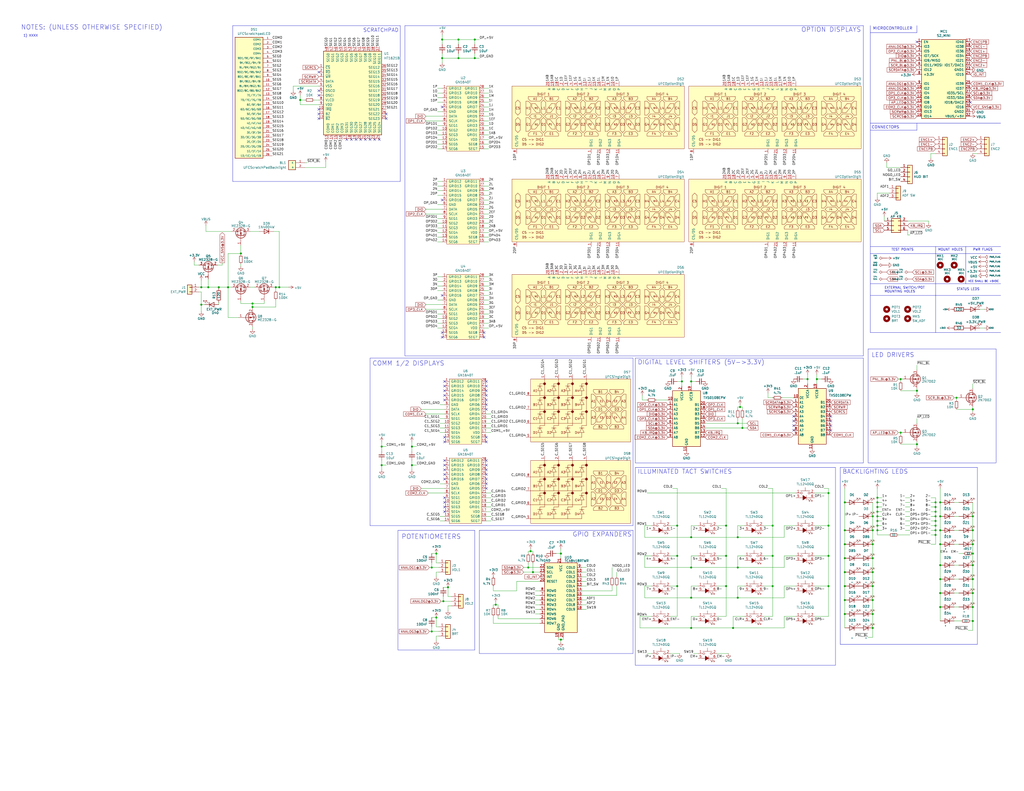
<source format=kicad_sch>
(kicad_sch (version 20230121) (generator eeschema)
  (paper "C")
  (title_block (title "UFC v5 MAIN") (date "2023-07-03") (rev "1") (company "OPENHORNET.COM") (comment 1 "CC BY-NC-SA"))
  (junction (at 461.01 320.04))
  (junction (at 530.86 308.61))
  (junction (at 530.86 331.47))
  (junction (at 530.86 281.94))
  (junction (at 452.12 320.04))
  (junction (at 530.86 223.52))
  (junction (at 377.19 208.28))
  (junction (at 403.86 222.25))
  (junction (at 289.56 300.99))
  (junction (at 241.935 328.295))
  (junction (at 270.51 330.2))
  (junction (at 513.08 323.85))
  (junction (at 452.12 303.53))
  (junction (at 235.585 309.88))
  (junction (at 377.19 326.39))
  (junction (at 250.19 21.59))
  (junction (at 461.01 312.42))
  (junction (at 421.64 320.04))
  (junction (at 461.01 274.32))
  (junction (at 513.08 297.18))
  (junction (at 478.79 271.78))
  (junction (at 119.38 156.845))
  (junction (at 510.54 274.32))
  (junction (at 452.12 269.24))
  (junction (at 208.28 254))
  (junction (at 152.4 156.845))
  (junction (at 396.24 303.53))
  (junction (at 513.08 331.47))
  (junction (at 402.59 231.14))
  (junction (at 478.79 274.32))
  (junction (at 476.25 297.18))
  (junction (at 421.64 287.02))
  (junction (at 306.07 302.26))
  (junction (at 461.01 335.28))
  (junction (at 461.01 327.66))
  (junction (at 510.54 292.1))
  (junction (at 510.54 287.02))
  (junction (at 445.77 207.01))
  (junction (at 259.08 21.59))
  (junction (at 208.28 243.84))
  (junction (at 377.19 342.9))
  (junction (at 513.08 289.56))
  (junction (at 521.97 217.17))
  (junction (at 400.05 342.9))
  (junction (at 440.69 207.01))
  (junction (at 500.38 213.36))
  (junction (at 478.79 287.02))
  (junction (at 109.855 156.845))
  (junction (at 235.585 344.805))
  (junction (at 513.08 281.94))
  (junction (at 491.49 236.22))
  (junction (at 244.475 320.675))
  (junction (at 461.01 297.18))
  (junction (at 530.86 339.09))
  (junction (at 461.01 289.56))
  (junction (at 224.79 243.84))
  (junction (at 131.445 138.43))
  (junction (at 476.25 320.04))
  (junction (at 476.25 281.94))
  (junction (at 476.25 312.42))
  (junction (at 513.08 308.61))
  (junction (at 478.79 279.4))
  (junction (at 476.25 342.9))
  (junction (at 491.49 207.01))
  (junction (at 372.11 208.28))
  (junction (at 478.79 276.86))
  (junction (at 369.57 303.53))
  (junction (at 478.79 289.56))
  (junction (at 530.86 316.23))
  (junction (at 369.57 287.02))
  (junction (at 461.01 304.8))
  (junction (at 452.12 287.02))
  (junction (at 290.83 312.42))
  (junction (at 530.86 297.18))
  (junction (at 530.86 323.85))
  (junction (at 163.83 54.61))
  (junction (at 402.59 309.88))
  (junction (at 259.08 31.75))
  (junction (at 241.3 31.75))
  (junction (at 476.25 304.8))
  (junction (at 405.13 233.68))
  (junction (at 238.125 302.26))
  (junction (at 510.54 276.86))
  (junction (at 377.19 293.37))
  (junction (at 250.19 31.75))
  (junction (at 224.79 254))
  (junction (at 288.29 309.88))
  (junction (at 137.795 165.735))
  (junction (at 113.665 156.845))
  (junction (at 241.3 21.59))
  (junction (at 150.495 156.845))
  (junction (at 238.125 337.185))
  (junction (at 377.19 309.88))
  (junction (at 396.24 287.02))
  (junction (at 513.08 274.32))
  (junction (at 510.54 284.48))
  (junction (at 510.54 279.4))
  (junction (at 530.86 289.56))
  (junction (at 306.07 349.25))
  (junction (at 476.25 327.66))
  (junction (at 369.57 320.04))
  (junction (at 137.795 167.64))
  (junction (at 421.64 303.53))
  (junction (at 500.38 242.57))
  (junction (at 109.855 166.37))
  (junction (at 402.59 293.37))
  (junction (at 478.79 281.94))
  (junction (at 396.24 320.04))
  (junction (at 513.08 316.23))
  (junction (at 530.86 302.26))
  (junction (at 124.46 156.845))
  (junction (at 510.54 281.94))
  (junction (at 476.25 335.28))
  (junction (at 478.79 284.48))
  (junction (at 476.25 289.56))
  (junction (at 510.54 289.56))
  (junction (at 402.59 326.39))
  (no_connect (at 242.57 238.76))
  (no_connect (at 241.3 184.15))
  (no_connect (at 242.57 208.28))
  (no_connect (at 265.43 210.82))
  (no_connect (at 265.43 220.98))
  (no_connect (at 173.99 39.37))
  (no_connect (at 265.43 254))
  (no_connect (at 242.57 215.9))
  (no_connect (at 242.57 276.86))
  (no_connect (at 265.43 213.36))
  (no_connect (at 242.57 254))
  (no_connect (at 241.3 181.61))
  (no_connect (at 265.43 251.46))
  (no_connect (at 241.3 109.22))
  (no_connect (at 433.07 234.95))
  (no_connect (at 453.39 227.33))
  (no_connect (at 242.57 259.08))
  (no_connect (at 210.82 62.23))
  (no_connect (at 173.99 59.69))
  (no_connect (at 453.39 229.87))
  (no_connect (at 173.99 64.77))
  (no_connect (at 264.16 181.61))
  (no_connect (at 529.59 55.88))
  (no_connect (at 173.99 49.53))
  (no_connect (at 199.39 76.2))
  (no_connect (at 204.47 76.2))
  (no_connect (at 433.07 232.41))
  (no_connect (at 201.93 76.2))
  (no_connect (at 173.99 62.23))
  (no_connect (at 265.43 215.9))
  (no_connect (at 173.99 52.07))
  (no_connect (at 210.82 64.77))
  (no_connect (at 265.43 266.7))
  (no_connect (at 453.39 232.41))
  (no_connect (at 242.57 274.32))
  (no_connect (at 242.57 271.78))
  (no_connect (at 242.57 218.44))
  (no_connect (at 241.3 58.42))
  (no_connect (at 265.43 238.76))
  (no_connect (at 191.77 76.2))
  (no_connect (at 433.07 227.33))
  (no_connect (at 207.01 76.2))
  (no_connect (at 264.16 184.15))
  (no_connect (at 265.43 223.52))
  (no_connect (at 194.31 76.2))
  (no_connect (at 242.57 213.36))
  (no_connect (at 265.43 259.08))
  (no_connect (at 242.57 210.82))
  (no_connect (at 265.43 264.16))
  (no_connect (at 265.43 208.28))
  (no_connect (at 265.43 256.54))
  (no_connect (at 196.85 76.2))
  (no_connect (at 242.57 261.62))
  (no_connect (at 189.23 76.2))
  (no_connect (at 265.43 261.62))
  (no_connect (at 453.39 234.95))
  (no_connect (at 265.43 218.44))
  (no_connect (at 242.57 279.4))
  (no_connect (at 242.57 251.46))
  (no_connect (at 242.57 256.54))
  (no_connect (at 433.07 229.87))
  (no_connect (at 241.3 161.29))
  (no_connect (at 265.43 241.3))
  (no_connect (at 242.57 241.3))
  (no_connect (at 500.38 22.86))
  (wire (pts (xy 513.08 297.18) (xy 513.08 308.61)))
  (wire (pts (xy 267.97 284.48) (xy 265.43 284.48)))
  (wire (pts (xy 476.25 312.42) (xy 476.25 304.8)))
  (wire (pts (xy 238.76 99.06) (xy 241.3 99.06)))
  (wire (pts (xy 402.59 303.53) (xy 402.59 309.88)))
  (wire (pts (xy 402.59 293.37) (xy 427.99 293.37)))
  (wire (pts (xy 265.43 276.86) (xy 267.97 276.86)))
  (wire (pts (xy 481.33 284.48) (xy 478.79 284.48)))
  (wire (pts (xy 238.125 342.265) (xy 239.395 342.265)))
  (polyline (pts (xy 474.98 154.94) (xy 546.1 154.94)))
  (wire (pts (xy 307.34 347.98) (xy 307.34 349.25)))
  (wire (pts (xy 238.76 119.38) (xy 241.3 119.38)))
  (wire (pts (xy 378.46 356.87) (xy 381 356.87)))
  (wire (pts (xy 266.7 124.46) (xy 264.16 124.46)))
  (wire (pts (xy 513.08 266.7) (xy 513.08 274.32)))
  (wire (pts (xy 241.935 325.755) (xy 241.935 328.295)))
  (wire (pts (xy 478.79 281.94) (xy 478.79 284.48)))
  (wire (pts (xy 240.03 233.68) (xy 242.57 233.68)))
  (wire (pts (xy 271.78 330.2) (xy 270.51 330.2)))
  (wire (pts (xy 520.7 297.18) (xy 523.24 297.18)))
  (wire (pts (xy 294.64 317.5) (xy 281.94 317.5)))
  (wire (pts (xy 353.06 269.24) (xy 434.34 269.24)))
  (wire (pts (xy 264.16 156.21) (xy 266.7 156.21)))
  (wire (pts (xy 317.5 332.74) (xy 320.04 332.74)))
  (polyline (pts (xy 261.62 356.87) (xy 345.44 356.87)))
  (wire (pts (xy 264.16 53.34) (xy 266.7 53.34)))
  (wire (pts (xy 235.585 344.805) (xy 239.395 344.805)))
  (wire (pts (xy 109.855 166.37) (xy 109.855 159.385)))
  (wire (pts (xy 482.6 118.11) (xy 482.6 120.65)))
  (wire (pts (xy 232.41 168.91) (xy 241.3 168.91)))
  (wire (pts (xy 317.5 330.2) (xy 320.04 330.2)))
  (wire (pts (xy 478.79 276.86) (xy 478.79 274.32)))
  (wire (pts (xy 427.99 326.39) (xy 427.99 320.04)))
  (wire (pts (xy 402.59 287.02) (xy 406.4 287.02)))
  (wire (pts (xy 444.5 287.02) (xy 452.12 287.02)))
  (wire (pts (xy 109.855 156.845) (xy 113.665 156.845)))
  (wire (pts (xy 118.745 144.78) (xy 121.285 144.78)))
  (wire (pts (xy 495.3 128.27) (xy 495.3 125.73)))
  (wire (pts (xy 144.145 164.465) (xy 144.145 165.735)))
  (polyline (pts (xy 261.62 289.56) (xy 345.44 289.56)))
  (wire (pts (xy 264.16 68.58) (xy 266.7 68.58)))
  (wire (pts (xy 440.69 204.47) (xy 440.69 207.01)))
  (wire (pts (xy 240.03 236.22) (xy 242.57 236.22)))
  (wire (pts (xy 264.16 109.22) (xy 266.7 109.22)))
  (wire (pts (xy 264.16 163.83) (xy 266.7 163.83)))
  (polyline (pts (xy 345.44 195.58) (xy 201.93 195.58)))
  (wire (pts (xy 124.46 173.355) (xy 130.175 173.355)))
  (wire (pts (xy 250.19 31.75) (xy 250.19 29.21)))
  (wire (pts (xy 264.16 116.84) (xy 266.7 116.84)))
  (wire (pts (xy 264.16 50.8) (xy 266.7 50.8)))
  (wire (pts (xy 494.03 279.4) (xy 496.57 279.4)))
  (polyline (pts (xy 533.4 255.27) (xy 533.4 351.79)))
  (polyline (pts (xy 218.44 13.97) (xy 218.44 99.06)))
  (wire (pts (xy 265.43 228.6) (xy 267.97 228.6)))
  (wire (pts (xy 266.7 73.66) (xy 264.16 73.66)))
  (wire (pts (xy 208.28 251.46) (xy 208.28 254)))
  (wire (pts (xy 485.14 292.1) (xy 478.79 292.1)))
  (polyline (pts (xy 474.98 67.31) (xy 546.1 67.31)))
  (wire (pts (xy 241.3 31.75) (xy 241.3 34.29)))
  (wire (pts (xy 508 276.86) (xy 510.54 276.86)))
  (wire (pts (xy 461.01 327.66) (xy 461.01 335.28)))
  (wire (pts (xy 508 274.32) (xy 510.54 274.32)))
  (wire (pts (xy 163.83 57.15) (xy 173.99 57.15)))
  (wire (pts (xy 461.01 320.04) (xy 461.01 327.66)))
  (wire (pts (xy 265.43 269.24) (xy 267.97 269.24)))
  (wire (pts (xy 530.86 223.52) (xy 530.86 224.79)))
  (wire (pts (xy 421.64 320.04) (xy 416.56 320.04)))
  (wire (pts (xy 229.87 223.52) (xy 242.57 223.52)))
  (wire (pts (xy 461.01 335.28) (xy 461.01 342.9)))
  (wire (pts (xy 452.12 320.04) (xy 452.12 336.55)))
  (wire (pts (xy 513.08 281.94) (xy 513.08 289.56)))
  (wire (pts (xy 266.7 176.53) (xy 264.16 176.53)))
  (wire (pts (xy 317.5 327.66) (xy 320.04 327.66)))
  (wire (pts (xy 530.86 281.94) (xy 530.86 274.32)))
  (wire (pts (xy 334.01 322.58) (xy 317.5 322.58)))
  (wire (pts (xy 259.08 21.59) (xy 261.62 21.59)))
  (wire (pts (xy 241.935 320.675) (xy 244.475 320.675)))
  (wire (pts (xy 427.99 303.53) (xy 434.34 303.53)))
  (polyline (pts (xy 201.93 195.58) (xy 201.93 287.02)))
  (wire (pts (xy 534.67 168.91) (xy 537.21 168.91)))
  (wire (pts (xy 491.49 207.01) (xy 492.76 207.01)))
  (polyline (pts (xy 474.98 71.12) (xy 500.38 71.12)))
  (wire (pts (xy 241.3 21.59) (xy 241.3 24.13)))
  (wire (pts (xy 289.56 299.72) (xy 289.56 300.99)))
  (wire (pts (xy 137.795 178.435) (xy 137.795 179.705)))
  (wire (pts (xy 238.76 132.08) (xy 241.3 132.08)))
  (wire (pts (xy 494.03 274.32) (xy 496.57 274.32)))
  (wire (pts (xy 500.38 241.3) (xy 500.38 242.57)))
  (wire (pts (xy 137.795 167.64) (xy 137.795 168.275)))
  (wire (pts (xy 377.19 293.37) (xy 402.59 293.37)))
  (wire (pts (xy 317.5 325.12) (xy 336.55 325.12)))
  (wire (pts (xy 481.33 271.78) (xy 478.79 271.78)))
  (wire (pts (xy 372.11 208.28) (xy 372.11 210.82)))
  (wire (pts (xy 289.56 300.99) (xy 290.83 300.99)))
  (wire (pts (xy 481.33 289.56) (xy 478.79 289.56)))
  (wire (pts (xy 241.3 21.59) (xy 250.19 21.59)))
  (wire (pts (xy 351.79 303.53) (xy 355.6 303.53)))
  (wire (pts (xy 421.64 303.53) (xy 416.56 303.53)))
  (wire (pts (xy 529.59 339.09) (xy 530.86 339.09)))
  (wire (pts (xy 238.125 347.345) (xy 239.395 347.345)))
  (wire (pts (xy 234.315 309.88) (xy 235.585 309.88)))
  (wire (pts (xy 421.64 217.17) (xy 419.1 217.17)))
  (wire (pts (xy 405.13 228.6) (xy 405.13 233.68)))
  (wire (pts (xy 476.25 304.8) (xy 476.25 297.18)))
  (wire (pts (xy 351.79 293.37) (xy 377.19 293.37)))
  (wire (pts (xy 510.54 284.48) (xy 510.54 287.02)))
  (wire (pts (xy 365.76 303.53) (xy 369.57 303.53)))
  (wire (pts (xy 478.79 279.4) (xy 478.79 281.94)))
  (wire (pts (xy 238.76 71.12) (xy 241.3 71.12)))
  (wire (pts (xy 508 271.78) (xy 510.54 271.78)))
  (wire (pts (xy 506.73 120.65) (xy 506.73 121.92)))
  (wire (pts (xy 240.03 281.94) (xy 242.57 281.94)))
  (wire (pts (xy 271.78 330.2) (xy 271.78 331.47)))
  (wire (pts (xy 208.28 243.84) (xy 210.82 243.84)))
  (wire (pts (xy 238.76 73.66) (xy 241.3 73.66)))
  (wire (pts (xy 144.145 165.735) (xy 137.795 165.735)))
  (wire (pts (xy 244.475 330.835) (xy 246.38 330.835)))
  (wire (pts (xy 461.01 304.8) (xy 461.01 312.42)))
  (wire (pts (xy 508 284.48) (xy 510.54 284.48)))
  (wire (pts (xy 208.28 241.3) (xy 208.28 243.84)))
  (wire (pts (xy 500.38 212.09) (xy 500.38 213.36)))
  (wire (pts (xy 149.225 156.845) (xy 150.495 156.845)))
  (wire (pts (xy 292.1 327.66) (xy 294.64 327.66)))
  (wire (pts (xy 476.25 281.94) (xy 476.25 274.32)))
  (wire (pts (xy 150.495 156.845) (xy 152.4 156.845)))
  (wire (pts (xy 265.43 236.22) (xy 267.97 236.22)))
  (wire (pts (xy 510.54 274.32) (xy 510.54 271.78)))
  (polyline (pts (xy 346.71 363.22) (xy 455.93 363.22)))
  (polyline (pts (xy 474.98 161.29) (xy 510.54 161.29)))
  (wire (pts (xy 150.495 156.845) (xy 150.495 158.75)))
  (wire (pts (xy 510.54 289.56) (xy 510.54 292.1)))
  (wire (pts (xy 265.43 231.14) (xy 267.97 231.14)))
  (wire (pts (xy 166.37 54.61) (xy 163.83 54.61)))
  (wire (pts (xy 264.16 63.5) (xy 266.7 63.5)))
  (wire (pts (xy 427.99 342.9) (xy 427.99 336.55)))
  (wire (pts (xy 530.86 209.55) (xy 530.86 212.09)))
  (wire (pts (xy 351.79 287.02) (xy 351.79 293.37)))
  (polyline (pts (xy 220.98 13.97) (xy 471.17 13.97)))
  (wire (pts (xy 265.43 279.4) (xy 267.97 279.4)))
  (polyline (pts (xy 474.98 181.61) (xy 546.1 181.61)))
  (wire (pts (xy 353.06 356.87) (xy 355.6 356.87)))
  (wire (pts (xy 520.7 308.61) (xy 523.24 308.61)))
  (wire (pts (xy 232.41 66.04) (xy 241.3 66.04)))
  (wire (pts (xy 508 279.4) (xy 510.54 279.4)))
  (wire (pts (xy 235.585 307.34) (xy 235.585 309.88)))
  (wire (pts (xy 264.16 81.28) (xy 266.7 81.28)))
  (wire (pts (xy 396.24 303.53) (xy 391.16 303.53)))
  (wire (pts (xy 510.54 279.4) (xy 510.54 276.86)))
  (polyline (pts (xy 471.17 195.58) (xy 471.17 252.73)))
  (wire (pts (xy 377.19 303.53) (xy 381 303.53)))
  (wire (pts (xy 500.38 228.6) (xy 500.38 231.14)))
  (wire (pts (xy 264.16 153.67) (xy 266.7 153.67)))
  (wire (pts (xy 109.855 153.035) (xy 109.855 156.845)))
  (wire (pts (xy 402.59 231.14) (xy 407.67 231.14)))
  (wire (pts (xy 491.49 236.22) (xy 492.76 236.22)))
  (wire (pts (xy 377.19 303.53) (xy 377.19 309.88)))
  (wire (pts (xy 238.76 48.26) (xy 241.3 48.26)))
  (wire (pts (xy 377.19 287.02) (xy 381 287.02)))
  (wire (pts (xy 444.5 320.04) (xy 452.12 320.04)))
  (polyline (pts (xy 220.98 13.97) (xy 220.98 194.31)))
  (wire (pts (xy 241.3 29.21) (xy 241.3 31.75)))
  (wire (pts (xy 238.76 176.53) (xy 241.3 176.53)))
  (wire (pts (xy 173.99 54.61) (xy 171.45 54.61)))
  (wire (pts (xy 288.29 300.99) (xy 288.29 302.26)))
  (wire (pts (xy 421.64 336.55) (xy 416.56 336.55)))
  (wire (pts (xy 250.19 31.75) (xy 259.08 31.75)))
  (wire (pts (xy 427.99 293.37) (xy 427.99 287.02)))
  (wire (pts (xy 264.16 78.74) (xy 266.7 78.74)))
  (wire (pts (xy 491.49 242.57) (xy 500.38 242.57)))
  (wire (pts (xy 238.76 124.46) (xy 241.3 124.46)))
  (wire (pts (xy 452.12 266.7) (xy 452.12 269.24)))
  (wire (pts (xy 372.11 205.74) (xy 372.11 208.28)))
  (polyline (pts (xy 127 13.97) (xy 218.44 13.97)))
  (wire (pts (xy 149.225 126.365) (xy 152.4 126.365)))
  (wire (pts (xy 481.33 281.94) (xy 478.79 281.94)))
  (wire (pts (xy 478.79 284.48) (xy 478.79 287.02)))
  (wire (pts (xy 264.16 119.38) (xy 266.7 119.38)))
  (wire (pts (xy 427.99 320.04) (xy 434.34 320.04)))
  (wire (pts (xy 306.07 302.26) (xy 306.07 304.8)))
  (wire (pts (xy 452.12 303.53) (xy 452.12 320.04)))
  (wire (pts (xy 350.52 215.9) (xy 350.52 218.44)))
  (wire (pts (xy 270.51 330.2) (xy 269.24 330.2)))
  (wire (pts (xy 495.3 128.27) (xy 496.57 128.27)))
  (wire (pts (xy 494.03 284.48) (xy 496.57 284.48)))
  (wire (pts (xy 264.16 106.68) (xy 266.7 106.68)))
  (polyline (pts (xy 471.17 13.97) (xy 471.17 194.31)))
  (wire (pts (xy 266.7 179.07) (xy 264.16 179.07)))
  (wire (pts (xy 369.57 208.28) (xy 372.11 208.28)))
  (wire (pts (xy 224.79 243.84) (xy 227.33 243.84)))
  (wire (pts (xy 444.5 336.55) (xy 452.12 336.55)))
  (wire (pts (xy 136.525 126.365) (xy 141.605 126.365)))
  (wire (pts (xy 304.8 349.25) (xy 304.8 347.98)))
  (wire (pts (xy 510.54 287.02) (xy 510.54 289.56)))
  (wire (pts (xy 264.16 129.54) (xy 266.7 129.54)))
  (wire (pts (xy 508 292.1) (xy 510.54 292.1)))
  (wire (pts (xy 494.03 287.02) (xy 496.57 287.02)))
  (wire (pts (xy 238.76 179.07) (xy 241.3 179.07)))
  (polyline (pts (xy 471.17 194.31) (xy 220.98 194.31)))
  (wire (pts (xy 513.08 331.47) (xy 513.08 339.09)))
  (wire (pts (xy 259.08 31.75) (xy 259.08 29.21)))
  (wire (pts (xy 520.7 289.56) (xy 523.24 289.56)))
  (wire (pts (xy 336.55 320.04) (xy 336.55 325.12)))
  (wire (pts (xy 264.16 166.37) (xy 266.7 166.37)))
  (wire (pts (xy 292.1 335.28) (xy 294.64 335.28)))
  (wire (pts (xy 351.79 320.04) (xy 351.79 326.39)))
  (wire (pts (xy 238.125 342.265) (xy 238.125 337.185)))
  (wire (pts (xy 269.24 330.2) (xy 269.24 331.47)))
  (wire (pts (xy 208.28 254) (xy 210.82 254)))
  (wire (pts (xy 113.665 152.4) (xy 113.665 156.845)))
  (wire (pts (xy 440.69 207.01) (xy 440.69 209.55)))
  (wire (pts (xy 238.76 153.67) (xy 241.3 153.67)))
  (wire (pts (xy 119.38 157.48) (xy 119.38 156.845)))
  (wire (pts (xy 369.57 320.04) (xy 369.57 336.55)))
  (wire (pts (xy 508 297.18) (xy 510.54 297.18)))
  (wire (pts (xy 494.03 271.78) (xy 496.57 271.78)))
  (wire (pts (xy 520.7 323.85) (xy 523.24 323.85)))
  (wire (pts (xy 233.68 269.24) (xy 242.57 269.24)))
  (wire (pts (xy 106.045 144.78) (xy 108.585 144.78)))
  (wire (pts (xy 403.86 220.98) (xy 403.86 222.25)))
  (polyline (pts (xy 458.47 255.27) (xy 533.4 255.27)))
  (wire (pts (xy 377.19 309.88) (xy 351.79 309.88)))
  (wire (pts (xy 306.07 349.25) (xy 304.8 349.25)))
  (wire (pts (xy 288.29 309.88) (xy 294.64 309.88)))
  (wire (pts (xy 520.7 331.47) (xy 523.24 331.47)))
  (wire (pts (xy 317.5 314.96) (xy 320.04 314.96)))
  (wire (pts (xy 402.59 222.25) (xy 403.86 222.25)))
  (wire (pts (xy 508 281.94) (xy 510.54 281.94)))
  (wire (pts (xy 530.86 289.56) (xy 530.86 281.94)))
  (wire (pts (xy 402.59 326.39) (xy 427.99 326.39)))
  (wire (pts (xy 473.71 347.98) (xy 476.25 347.98)))
  (wire (pts (xy 402.59 326.39) (xy 402.59 320.04)))
  (wire (pts (xy 294.64 340.36) (xy 269.24 340.36)))
  (polyline (pts (xy 218.44 99.06) (xy 127 99.06)))
  (wire (pts (xy 478.79 287.02) (xy 478.79 289.56)))
  (wire (pts (xy 241.3 60.96) (xy 238.76 60.96)))
  (wire (pts (xy 238.76 50.8) (xy 241.3 50.8)))
  (wire (pts (xy 224.79 243.84) (xy 224.79 246.38)))
  (wire (pts (xy 483.87 88.9) (xy 483.87 91.44)))
  (wire (pts (xy 476.25 320.04) (xy 476.25 312.42)))
  (wire (pts (xy 481.33 287.02) (xy 478.79 287.02)))
  (wire (pts (xy 238.76 53.34) (xy 241.3 53.34)))
  (wire (pts (xy 238.76 101.6) (xy 241.3 101.6)))
  (wire (pts (xy 264.16 104.14) (xy 266.7 104.14)))
  (wire (pts (xy 491.49 213.36) (xy 500.38 213.36)))
  (polyline (pts (xy 201.93 287.02) (xy 345.44 287.02)))
  (wire (pts (xy 238.76 55.88) (xy 241.3 55.88)))
  (wire (pts (xy 513.08 289.56) (xy 513.08 297.18)))
  (wire (pts (xy 285.75 309.88) (xy 288.29 309.88)))
  (polyline (pts (xy 346.71 252.73) (xy 346.71 195.58)))
  (wire (pts (xy 238.76 158.75) (xy 241.3 158.75)))
  (wire (pts (xy 271.78 336.55) (xy 271.78 337.82)))
  (wire (pts (xy 124.46 156.845) (xy 124.46 173.355)))
  (wire (pts (xy 131.445 164.465) (xy 131.445 165.735)))
  (wire (pts (xy 445.77 204.47) (xy 445.77 207.01)))
  (wire (pts (xy 351.79 326.39) (xy 377.19 326.39)))
  (wire (pts (xy 400.05 342.9) (xy 427.99 342.9)))
  (wire (pts (xy 292.1 332.74) (xy 294.64 332.74)))
  (wire (pts (xy 264.16 173.99) (xy 266.7 173.99)))
  (wire (pts (xy 365.76 287.02) (xy 369.57 287.02)))
  (wire (pts (xy 396.24 320.04) (xy 396.24 336.55)))
  (wire (pts (xy 476.25 327.66) (xy 476.25 320.04)))
  (wire (pts (xy 369.57 266.7) (xy 369.57 287.02)))
  (wire (pts (xy 334.01 309.88) (xy 334.01 314.96)))
  (wire (pts (xy 241.3 31.75) (xy 250.19 31.75)))
  (wire (pts (xy 520.7 217.17) (xy 521.97 217.17)))
  (wire (pts (xy 235.585 302.26) (xy 238.125 302.26)))
  (wire (pts (xy 238.125 349.885) (xy 238.125 347.345)))
  (wire (pts (xy 513.08 274.32) (xy 513.08 281.94)))
  (wire (pts (xy 508 287.02) (xy 510.54 287.02)))
  (wire (pts (xy 265.43 271.78) (xy 267.97 271.78)))
  (polyline (pts (xy 474.98 134.62) (xy 546.1 134.62)))
  (wire (pts (xy 478.79 279.4) (xy 478.79 276.86)))
  (wire (pts (xy 476.25 297.18) (xy 476.25 289.56)))
  (wire (pts (xy 384.81 233.68) (xy 405.13 233.68)))
  (wire (pts (xy 240.03 284.48) (xy 242.57 284.48)))
  (wire (pts (xy 396.24 303.53) (xy 396.24 320.04)))
  (wire (pts (xy 349.25 336.55) (xy 355.6 336.55)))
  (wire (pts (xy 152.4 126.365) (xy 152.4 156.845)))
  (wire (pts (xy 281.94 322.58) (xy 269.24 322.58)))
  (wire (pts (xy 238.76 106.68) (xy 241.3 106.68)))
  (wire (pts (xy 513.08 308.61) (xy 513.08 316.23)))
  (wire (pts (xy 269.24 340.36) (xy 269.24 336.55)))
  (wire (pts (xy 317.5 309.88) (xy 320.04 309.88)))
  (wire (pts (xy 224.79 254) (xy 224.79 256.54)))
  (wire (pts (xy 520.7 316.23) (xy 523.24 316.23)))
  (wire (pts (xy 444.5 269.24) (xy 452.12 269.24)))
  (wire (pts (xy 444.5 303.53) (xy 452.12 303.53)))
  (polyline (pts (xy 346.71 255.27) (xy 346.71 363.22)))
  (wire (pts (xy 369.57 303.53) (xy 369.57 320.04)))
  (wire (pts (xy 238.76 129.54) (xy 241.3 129.54)))
  (wire (pts (xy 365.76 320.04) (xy 369.57 320.04)))
  (polyline (pts (xy 510.54 134.62) (xy 510.54 181.61)))
  (wire (pts (xy 269.24 320.04) (xy 269.24 322.58)))
  (wire (pts (xy 427.99 336.55) (xy 434.34 336.55)))
  (wire (pts (xy 530.86 297.18) (xy 530.86 289.56)))
  (wire (pts (xy 238.76 171.45) (xy 241.3 171.45)))
  (wire (pts (xy 232.41 114.3) (xy 241.3 114.3)))
  (wire (pts (xy 365.76 356.87) (xy 370.84 356.87)))
  (wire (pts (xy 377.19 336.55) (xy 381 336.55)))
  (wire (pts (xy 106.045 142.875) (xy 106.045 144.78)))
  (wire (pts (xy 377.19 336.55) (xy 377.19 342.9)))
  (wire (pts (xy 478.79 105.41) (xy 485.14 105.41)))
  (wire (pts (xy 238.76 68.58) (xy 241.3 68.58)))
  (wire (pts (xy 530.86 222.25) (xy 530.86 223.52)))
  (wire (pts (xy 224.79 251.46) (xy 224.79 254)))
  (wire (pts (xy 534.67 179.07) (xy 537.21 179.07)))
  (wire (pts (xy 292.1 330.2) (xy 294.64 330.2)))
  (wire (pts (xy 265.43 274.32) (xy 267.97 274.32)))
  (wire (pts (xy 224.79 254) (xy 227.33 254)))
  (wire (pts (xy 351.79 309.88) (xy 351.79 303.53)))
  (polyline (pts (xy 500.38 67.31) (xy 500.38 71.12)))
  (polyline (pts (xy 474.98 17.78) (xy 500.38 17.78)))
  (wire (pts (xy 396.24 336.55) (xy 391.16 336.55)))
  (wire (pts (xy 244.475 333.375) (xy 244.475 330.835)))
  (wire (pts (xy 238.125 307.34) (xy 239.395 307.34)))
  (wire (pts (xy 241.935 328.295) (xy 246.38 328.295)))
  (wire (pts (xy 476.25 335.28) (xy 476.25 327.66)))
  (wire (pts (xy 419.1 214.63) (xy 419.1 217.17)))
  (wire (pts (xy 112.395 126.365) (xy 126.365 126.365)))
  (wire (pts (xy 483.87 91.44) (xy 491.49 91.44)))
  (wire (pts (xy 224.79 241.3) (xy 224.79 243.84)))
  (wire (pts (xy 131.445 138.43) (xy 131.445 139.065)))
  (wire (pts (xy 500.38 213.36) (xy 500.38 214.63)))
  (wire (pts (xy 266.7 76.2) (xy 264.16 76.2)))
  (wire (pts (xy 242.57 264.16) (xy 240.03 264.16)))
  (wire (pts (xy 481.33 276.86) (xy 478.79 276.86)))
  (polyline (pts (xy 471.17 252.73) (xy 346.71 252.73)))
  (wire (pts (xy 476.25 289.56) (xy 476.25 281.94)))
  (polyline (pts (xy 455.93 255.27) (xy 346.71 255.27)))
  (wire (pts (xy 353.06 218.44) (xy 350.52 218.44)))
  (wire (pts (xy 379.73 208.28) (xy 377.19 208.28)))
  (wire (pts (xy 264.16 171.45) (xy 266.7 171.45)))
  (wire (pts (xy 229.87 266.7) (xy 242.57 266.7)))
  (polyline (pts (xy 510.54 161.29) (xy 546.1 161.29)))
  (wire (pts (xy 232.41 63.5) (xy 241.3 63.5)))
  (wire (pts (xy 292.1 325.12) (xy 294.64 325.12)))
  (wire (pts (xy 113.665 156.845) (xy 119.38 156.845)))
  (polyline (pts (xy 474.98 138.43) (xy 546.1 138.43)))
  (wire (pts (xy 405.13 233.68) (xy 407.67 233.68)))
  (wire (pts (xy 402.59 228.6) (xy 402.59 231.14)))
  (wire (pts (xy 365.76 336.55) (xy 369.57 336.55)))
  (wire (pts (xy 351.79 320.04) (xy 355.6 320.04)))
  (wire (pts (xy 270.51 330.2) (xy 270.51 328.93)))
  (wire (pts (xy 494.03 289.56) (xy 496.57 289.56)))
  (polyline (pts (xy 500.38 13.97) (xy 500.38 17.78)))
  (wire (pts (xy 396.24 287.02) (xy 396.24 303.53)))
  (wire (pts (xy 163.83 52.07) (xy 163.83 54.61)))
  (wire (pts (xy 265.43 226.06) (xy 267.97 226.06)))
  (wire (pts (xy 150.495 167.64) (xy 137.795 167.64)))
  (wire (pts (xy 264.16 132.08) (xy 266.7 132.08)))
  (polyline (pts (xy 127 99.06) (xy 127 13.97)))
  (wire (pts (xy 494.03 276.86) (xy 496.57 276.86)))
  (wire (pts (xy 510.54 279.4) (xy 510.54 281.94)))
  (wire (pts (xy 421.64 287.02) (xy 416.56 287.02)))
  (wire (pts (xy 238.125 312.42) (xy 239.395 312.42)))
  (wire (pts (xy 528.32 344.17) (xy 530.86 344.17)))
  (wire (pts (xy 235.585 337.185) (xy 238.125 337.185)))
  (wire (pts (xy 377.19 320.04) (xy 381 320.04)))
  (wire (pts (xy 510.54 281.94) (xy 510.54 284.48)))
  (wire (pts (xy 400.05 336.55) (xy 400.05 342.9)))
  (wire (pts (xy 238.76 76.2) (xy 241.3 76.2)))
  (wire (pts (xy 510.54 276.86) (xy 510.54 274.32)))
  (wire (pts (xy 266.7 127) (xy 264.16 127)))
  (wire (pts (xy 427.99 303.53) (xy 427.99 309.88)))
  (wire (pts (xy 292.1 322.58) (xy 294.64 322.58)))
  (wire (pts (xy 109.855 156.845) (xy 108.585 156.845)))
  (wire (pts (xy 131.445 133.985) (xy 131.445 138.43)))
  (polyline (pts (xy 458.47 351.79) (xy 458.47 255.27)))
  (wire (pts (xy 530.86 339.09) (xy 530.86 331.47)))
  (wire (pts (xy 513.08 323.85) (xy 513.08 331.47)))
  (wire (pts (xy 238.76 156.21) (xy 241.3 156.21)))
  (polyline (pts (xy 474.98 13.97) (xy 474.98 181.61)))
  (wire (pts (xy 264.16 101.6) (xy 266.7 101.6)))
  (wire (pts (xy 500.38 199.39) (xy 500.38 201.93)))
  (wire (pts (xy 264.16 48.26) (xy 266.7 48.26)))
  (wire (pts (xy 377.19 205.74) (xy 377.19 208.28)))
  (wire (pts (xy 478.79 266.7) (xy 478.79 271.78)))
  (wire (pts (xy 402.59 320.04) (xy 406.4 320.04)))
  (wire (pts (xy 288.29 300.99) (xy 289.56 300.99)))
  (wire (pts (xy 238.76 78.74) (xy 241.3 78.74)))
  (wire (pts (xy 238.76 151.13) (xy 241.3 151.13)))
  (wire (pts (xy 208.28 243.84) (xy 208.28 246.38)))
  (wire (pts (xy 358.14 218.44) (xy 364.49 218.44)))
  (wire (pts (xy 264.16 99.06) (xy 266.7 99.06)))
  (wire (pts (xy 349.25 342.9) (xy 377.19 342.9)))
  (wire (pts (xy 290.83 307.34) (xy 290.83 312.42)))
  (wire (pts (xy 259.08 21.59) (xy 259.08 24.13)))
  (wire (pts (xy 521.97 217.17) (xy 521.97 218.44)))
  (wire (pts (xy 396.24 320.04) (xy 391.16 320.04)))
  (wire (pts (xy 478.79 274.32) (xy 478.79 271.78)))
  (wire (pts (xy 238.125 314.96) (xy 238.125 312.42)))
  (wire (pts (xy 520.7 274.32) (xy 523.24 274.32)))
  (wire (pts (xy 121.285 143.51) (xy 121.285 144.78)))
  (wire (pts (xy 508 86.36) (xy 508 83.82)))
  (wire (pts (xy 112.395 123.19) (xy 112.395 126.365)))
  (wire (pts (xy 421.64 266.7) (xy 421.64 287.02)))
  (wire (pts (xy 306.07 349.25) (xy 306.07 350.52)))
  (wire (pts (xy 521.97 217.17) (xy 523.24 217.17)))
  (wire (pts (xy 513.08 316.23) (xy 513.08 323.85)))
  (wire (pts (xy 508 289.56) (xy 510.54 289.56)))
  (wire (pts (xy 449.58 266.7) (xy 452.12 266.7)))
  (wire (pts (xy 336.55 312.42) (xy 336.55 314.96)))
  (wire (pts (xy 530.86 323.85) (xy 530.86 316.23)))
  (wire (pts (xy 427.99 287.02) (xy 434.34 287.02)))
  (wire (pts (xy 238.76 127) (xy 241.3 127)))
  (wire (pts (xy 402.59 303.53) (xy 406.4 303.53)))
  (wire (pts (xy 377.19 287.02) (xy 377.19 293.37)))
  (wire (pts (xy 452.12 269.24) (xy 452.12 287.02)))
  (wire (pts (xy 461.01 289.56) (xy 461.01 297.18)))
  (wire (pts (xy 238.76 121.92) (xy 241.3 121.92)))
  (wire (pts (xy 232.41 226.06) (xy 242.57 226.06)))
  (wire (pts (xy 508 83.82) (xy 510.54 83.82)))
  (wire (pts (xy 124.46 138.43) (xy 131.445 138.43)))
  (wire (pts (xy 109.855 170.18) (xy 109.855 166.37)))
  (wire (pts (xy 421.64 287.02) (xy 421.64 303.53)))
  (wire (pts (xy 177.8 91.44) (xy 177.8 88.265)))
  (wire (pts (xy 391.16 356.87) (xy 397.51 356.87)))
  (wire (pts (xy 160.02 46.99) (xy 160.02 49.53)))
  (wire (pts (xy 137.795 165.735) (xy 131.445 165.735)))
  (polyline (pts (xy 345.44 289.56) (xy 345.44 356.87)))
  (wire (pts (xy 402.59 287.02) (xy 402.59 293.37)))
  (wire (pts (xy 494.03 281.94) (xy 496.57 281.94)))
  (wire (pts (xy 152.4 156.845) (xy 157.48 156.845)))
  (wire (pts (xy 351.79 287.02) (xy 355.6 287.02)))
  (wire (pts (xy 241.3 163.83) (xy 238.76 163.83)))
  (wire (pts (xy 238.76 104.14) (xy 241.3 104.14)))
  (wire (pts (xy 109.855 159.385) (xy 108.585 159.385)))
  (wire (pts (xy 234.315 344.805) (xy 235.585 344.805)))
  (wire (pts (xy 264.16 71.12) (xy 266.7 71.12)))
  (polyline (pts (xy 527.05 154.94) (xy 527.05 134.62)))
  (wire (pts (xy 317.5 312.42) (xy 320.04 312.42)))
  (wire (pts (xy 264.16 111.76) (xy 266.7 111.76)))
  (wire (pts (xy 438.15 207.01) (xy 440.69 207.01)))
  (wire (pts (xy 288.29 307.34) (xy 288.29 309.88)))
  (wire (pts (xy 264.16 58.42) (xy 266.7 58.42)))
  (wire (pts (xy 259.08 31.75) (xy 261.62 31.75)))
  (wire (pts (xy 481.33 279.4) (xy 478.79 279.4)))
  (wire (pts (xy 264.16 168.91) (xy 266.7 168.91)))
  (wire (pts (xy 369.57 287.02) (xy 369.57 303.53)))
  (wire (pts (xy 530.86 339.09) (xy 530.86 344.17)))
  (wire (pts (xy 242.57 220.98) (xy 240.03 220.98)))
  (wire (pts (xy 119.38 165.1) (xy 119.38 166.37)))
  (wire (pts (xy 520.7 339.09) (xy 524.51 339.09)))
  (wire (pts (xy 285.75 312.42) (xy 290.83 312.42)))
  (wire (pts (xy 396.24 287.02) (xy 391.16 287.02)))
  (wire (pts (xy 421.64 320.04) (xy 421.64 336.55)))
  (wire (pts (xy 510.54 292.1) (xy 510.54 297.18)))
  (wire (pts (xy 530.86 316.23) (xy 530.86 308.61)))
  (wire (pts (xy 250.19 21.59) (xy 259.08 21.59)))
  (polyline (pts (xy 533.4 351.79) (xy 458.47 351.79)))
  (wire (pts (xy 478.79 107.95) (xy 478.79 105.41)))
  (wire (pts (xy 452.12 287.02) (xy 452.12 303.53)))
  (wire (pts (xy 264.16 121.92) (xy 266.7 121.92)))
  (wire (pts (xy 393.7 266.7) (xy 396.24 266.7)))
  (wire (pts (xy 419.1 266.7) (xy 421.64 266.7)))
  (wire (pts (xy 240.03 231.14) (xy 242.57 231.14)))
  (wire (pts (xy 137.795 165.735) (xy 137.795 167.64)))
  (wire (pts (xy 427.99 309.88) (xy 402.59 309.88)))
  (wire (pts (xy 426.72 217.17) (xy 433.07 217.17)))
  (wire (pts (xy 530.86 302.26) (xy 530.86 297.18)))
  (wire (pts (xy 530.86 331.47) (xy 530.86 323.85)))
  (wire (pts (xy 264.16 114.3) (xy 266.7 114.3)))
  (wire (pts (xy 521.97 223.52) (xy 530.86 223.52)))
  (wire (pts (xy 238.76 81.28) (xy 241.3 81.28)))
  (wire (pts (xy 307.34 349.25) (xy 306.07 349.25)))
  (wire (pts (xy 317.5 320.04) (xy 320.04 320.04)))
  (wire (pts (xy 238.125 307.34) (xy 238.125 302.26)))
  (wire (pts (xy 481.33 274.32) (xy 478.79 274.32)))
  (wire (pts (xy 131.445 144.145) (xy 131.445 145.415)))
  (wire (pts (xy 349.25 336.55) (xy 349.25 342.9)))
  (wire (pts (xy 491.49 207.01) (xy 491.49 208.28)))
  (wire (pts (xy 265.43 233.68) (xy 267.97 233.68)))
  (wire (pts (xy 367.03 266.7) (xy 369.57 266.7)))
  (wire (pts (xy 384.81 231.14) (xy 402.59 231.14)))
  (wire (pts (xy 461.01 312.42) (xy 461.01 320.04)))
  (wire (pts (xy 476.25 342.9) (xy 476.25 347.98)))
  (wire (pts (xy 240.03 228.6) (xy 242.57 228.6)))
  (wire (pts (xy 264.16 66.04) (xy 266.7 66.04)))
  (wire (pts (xy 421.64 303.53) (xy 421.64 320.04)))
  (wire (pts (xy 377.19 342.9) (xy 400.05 342.9)))
  (wire (pts (xy 264.16 55.88) (xy 266.7 55.88)))
  (wire (pts (xy 244.475 325.755) (xy 244.475 320.675)))
  (wire (pts (xy 402.59 222.25) (xy 402.59 223.52)))
  (wire (pts (xy 490.22 236.22) (xy 491.49 236.22)))
  (wire (pts (xy 500.38 242.57) (xy 500.38 243.84)))
  (wire (pts (xy 520.7 281.94) (xy 523.24 281.94)))
  (wire (pts (xy 235.585 309.88) (xy 239.395 309.88)))
  (wire (pts (xy 377.19 208.28) (xy 377.19 210.82)))
  (polyline (pts (xy 261.62 289.56) (xy 261.62 356.87)))
  (wire (pts (xy 244.475 325.755) (xy 246.38 325.755)))
  (wire (pts (xy 405.13 222.25) (xy 405.13 223.52)))
  (wire (pts (xy 124.46 156.845) (xy 126.365 156.845)))
  (wire (pts (xy 461.01 297.18) (xy 461.01 304.8)))
  (wire (pts (xy 264.16 161.29) (xy 266.7 161.29)))
  (polyline (pts (xy 345.44 195.58) (xy 345.44 287.02)))
  (wire (pts (xy 240.665 328.295) (xy 241.935 328.295)))
  (polyline (pts (xy 455.93 363.22) (xy 455.93 255.27)))
  (wire (pts (xy 264.16 60.96) (xy 266.7 60.96)))
  (wire (pts (xy 166.37 88.9) (xy 167.64 88.9)))
  (wire (pts (xy 403.86 222.25) (xy 405.13 222.25)))
  (wire (pts (xy 119.38 156.845) (xy 124.46 156.845)))
  (wire (pts (xy 250.19 21.59) (xy 250.19 24.13)))
  (wire (pts (xy 400.05 336.55) (xy 406.4 336.55)))
  (wire (pts (xy 264.16 158.75) (xy 266.7 158.75)))
  (wire (pts (xy 402.59 309.88) (xy 377.19 309.88)))
  (wire (pts (xy 377.19 326.39) (xy 402.59 326.39)))
  (wire (pts (xy 264.16 151.13) (xy 266.7 151.13)))
  (wire (pts (xy 491.49 236.22) (xy 491.49 237.49)))
  (wire (pts (xy 109.855 166.37) (xy 111.76 166.37)))
  (wire (pts (xy 461.01 274.32) (xy 461.01 289.56)))
  (wire (pts (xy 166.37 91.44) (xy 177.8 91.44)))
  (wire (pts (xy 238.76 173.99) (xy 241.3 173.99)))
  (wire (pts (xy 530.86 83.82) (xy 533.4 83.82)))
  (wire (pts (xy 461.01 266.7) (xy 461.01 274.32)))
  (wire (pts (xy 173.99 46.99) (xy 160.02 46.99)))
  (wire (pts (xy 163.83 54.61) (xy 163.83 57.15)))
  (wire (pts (xy 495.3 120.65) (xy 506.73 120.65)))
  (wire (pts (xy 235.585 342.265) (xy 235.585 344.805)))
  (wire (pts (xy 124.46 138.43) (xy 124.46 156.845)))
  (wire (pts (xy 208.28 254) (xy 208.28 256.54)))
  (wire (pts (xy 290.83 312.42) (xy 294.64 312.42)))
  (wire (pts (xy 530.86 308.61) (xy 530.86 302.26)))
  (wire (pts (xy 267.97 281.94) (xy 265.43 281.94)))
  (wire (pts (xy 377.19 320.04) (xy 377.19 326.39)))
  (wire (pts (xy 232.41 166.37) (xy 241.3 166.37)))
  (wire (pts (xy 281.94 317.5) (xy 281.94 322.58)))
  (wire (pts (xy 490.22 292.1) (xy 496.57 292.1)))
  (wire (pts (xy 136.525 156.845) (xy 139.065 156.845)))
  (wire (pts (xy 150.495 163.83) (xy 150.495 167.64)))
  (wire (pts (xy 271.78 337.82) (xy 294.64 337.82)))
  (polyline (pts (xy 346.71 195.58) (xy 471.17 195.58)))
  (wire (pts (xy 334.01 320.04) (xy 334.01 322.58)))
  (wire (pts (xy 523.24 302.26) (xy 525.78 302.26)))
  (wire (pts (xy 290.83 300.99) (xy 290.83 302.26)))
  (wire (pts (xy 478.79 292.1) (xy 478.79 289.56)))
  (wire (pts (xy 241.3 19.05) (xy 241.3 21.59)))
  (wire (pts (xy 317.5 317.5) (xy 320.04 317.5)))
  (wire (pts (xy 232.41 116.84) (xy 241.3 116.84)))
  (wire (pts (xy 490.22 207.01) (xy 491.49 207.01)))
  (wire (pts (xy 306.07 302.26) (xy 306.07 299.72)))
  (wire (pts (xy 476.25 342.9) (xy 476.25 335.28)))
  (wire (pts (xy 448.31 207.01) (xy 445.77 207.01)))
  (wire (pts (xy 396.24 266.7) (xy 396.24 287.02)))
  (wire (pts (xy 303.53 302.26) (xy 306.07 302.26)))
  (wire (pts (xy 445.77 207.01) (xy 445.77 209.55)))
  (wire (pts (xy 241.3 111.76) (xy 238.76 111.76)))
  (text_box "POTENTIOMETERS" (at 217.17 289.56 0) (size 41.91 65.405) (effects (font (size 2.54 2.54)) (justify left top)))
  (text_box "LED DRIVERS" (at 473.71 190.5 0) (size 69.85 62.23) (effects (font (size 2.4 2.4)) (justify left top)))
  (text "OPTION DISPLAYS" (at 469.9 17.78 0) (effects (font (size 2.4892 2.4892)) (justify right bottom)))
  (text "COMM 1/2 DISPLAYS" (at 203.2 200.025 0) (effects (font (size 2.4892 2.4892)) (justify left bottom)))
  (text "BACKLIGHTING LEDS" (at 459.74 259.08 0) (effects (font (size 2.3876 2.3876)) (justify left bottom)))
  (text "NOTES: (UNLESS OTHERWISE SPECIFIED)" (at 11.43 16.51 0) (effects (font (size 2.54 2.54)) (justify left bottom)))
  (text "EXTERNAL SWITCH/POT \nMOUNTING HOLES" (at 482.6 160.02 0) (effects (font (size 1.27 1.27)) (justify left bottom)))
  (text "MICROCONTROLLER" (at 476.25 16.51 0) (effects (font (size 1.524 1.524)) (justify left bottom)))
  (text "CONNECTORS" (at 475.615 70.485 0) (effects (font (size 1.524 1.524)) (justify left bottom)))
  (text "SCRATCHPAD" (at 198.12 17.78 0) (effects (font (size 2.032 2.032)) (justify left bottom)))
  (text "GPIO EXPANDERS" (at 312.42 293.37 0) (effects (font (size 2.4892 2.4892)) (justify left bottom)))
  (text "STATUS LEDS" (at 521.97 158.75 0) (effects (font (size 1.27 1.27)) (justify left bottom)))
  (text "TEST POINTS" (at 486.41 137.16 0) (effects (font (size 1.27 1.27)) (justify left bottom)))
  (text "ILLUMINATED TACT SWITCHES" (at 347.98 259.08 0) (effects (font (size 2.3876 2.3876)) (justify left bottom)))
  (text "MOUNT HOLES" (at 511.81 137.16 0) (effects (font (size 1.27 1.27)) (justify left bottom)))
  (text "PWR FLAGS" (at 530.86 137.16 0) (effects (font (size 1.27 1.27)) (justify left bottom)))
  (text "VCC SHALL BE +5VDC" (at 528.32 154.305 0) (effects (font (size 1 1)) (justify left bottom)))
  (text "DIGITAL LEVEL SHIFTERS (5V->3.3V)" (at 347.98 199.39 0) (effects (font (size 2.4892 2.4892)) (justify left bottom)))
  (text "1) XXXX" (at 12.7 20.32 0) (effects (font (size 1.27 1.27)) (justify left bottom)))
  (label "C1_GRID1" (at 287.02 215.9 180))
  (label "2L" (at 266.7 101.6 0))
  (label "SEG20" (at 148.59 82.55 0))
  (label "COL2" (at 419.1 266.7 180))
  (label "SEG11" (at 207.01 25.4 90))
  (label "OP_GND" (at 261.62 31.75 0))
  (label "1J" (at 266.7 58.42 0))
  (label "3EF" (at 309.88 147.32 90))
  (label "4-" (at 494.03 274.32 180))
  (label "OP3+" (at 496.57 287.02 0))
  (label "1G" (at 314.96 44.45 90))
  (label "2AB" (at 299.72 95.25 90))
  (label "4-" (at 365.76 306.07 0))
  (label "COL0" (at 320.04 309.88 0))
  (label "1+" (at 355.6 289.56 180))
  (label "2EF" (at 266.7 116.84 0))
  (label "OP3D2" (at 238.76 121.92 180))
  (label "3EF" (at 266.7 168.91 0))
  (label "2H" (at 266.7 111.76 0))
  (label "EM-" (at 391.16 359.41 0))
  (label "2J" (at 419.1 95.25 90))
  (label "OP4D1" (at 419.1 134.62 270))
  (label "2D" (at 403.86 95.25 90))
  (label "OP5D3" (at 238.76 176.53 180))
  (label "ROW4" (at 292.1 332.74 180))
  (label "C_SEG5" (at 297.18 248.92 90))
  (label "OP2+" (at 496.57 289.56 0))
  (label "ROW3" (at 292.1 330.2 180))
  (label "OP3-" (at 508 287.02 180))
  (label "OP1D4" (at 337.82 83.82 270))
  (label "OP_GND" (at 238.76 163.83 180))
  (label "COM0" (at 148.59 21.59 0))
  (label "COL2" (at 320.04 314.96 0))
  (label "OP2D2" (at 424.18 83.82 270))
  (label "2K" (at 266.7 99.06 0))
  (label "3C" (at 266.7 173.99 0))
  (label "2DP" (at 378.46 134.62 270))
  (label "1DP" (at 238.76 55.88 180))
  (label "3H" (at 266.7 163.83 0))
  (label "SW13" (at 353.06 356.87 180))
  (label "1M" (at 266.7 53.34 0))
  (label "OP1D3" (at 238.76 73.66 180))
  (label "6+" (at 481.33 287.02 0))
  (label "C1_GRID4" (at 287.02 238.76 180))
  (label "3P" (at 238.76 151.13 180))
  (label "1N" (at 429.26 44.45 90))
  (label "1EF" (at 312.42 44.45 90))
  (label "EM-" (at 523.24 302.26 180))
  (label "C_SEG8" (at 320.04 248.92 90))
  (label "SEG7" (at 148.59 49.53 0))
  (label "7+" (at 481.33 276.86 0))
  (label "1C" (at 266.7 71.12 0))
  (label "SEG9" (at 148.59 54.61 0))
  (label "EM+" (at 381 359.41 180))
  (label "OP3D1" (at 238.76 119.38 180))
  (label "~{SCR_BL}" (at 530.86 209.55 0))
  (label "OP_GND" (at 238.76 111.76 180))
  (label "~{PNL_BL}" (at 508 297.18 180))
  (label "OP2D4" (at 434.34 83.82 270))
  (label "COM2_+5V" (at 267.97 279.4 0))
  (label "ROW1" (at 353.06 287.02 180))
  (label "BIT_SW" (at 491.49 99.06 180))
  (label "3N" (at 238.76 156.21 180))
  (label "C_GRID1" (at 267.97 276.86 0))
  (label "OP4D4" (at 434.34 134.62 270))
  (label "8-" (at 508 276.86 180))
  (label "3L" (at 266.7 153.67 0))
  (label "OP4-" (at 444.5 322.58 0))
  (label "5+" (at 496.57 274.32 0))
  (label "3D" (at 266.7 171.45 0))
  (label "ADF1" (at 320.04 327.66 0))
  (label "2AB" (at 266.7 124.46 0))
  (label "C1_SEG4" (at 297.18 204.47 90))
  (label "5-" (at 508 274.32 180))
  (label "OP2-" (at 508 289.56 180))
  (label "2I" (at 416.56 95.25 90))
  (label "CLR-" (at 416.56 339.09 0))
  (label "3O" (at 335.28 147.32 90))
  (label "3-" (at 494.03 289.56 180))
  (label "SEG3" (at 186.69 25.4 90))
  (label "0+" (at 496.57 279.4 0))
  (label "OP1+" (at 434.34 271.78 180))
  (label "1H" (at 266.7 60.96 0))
  (label "OP2-" (at 444.5 289.56 0))
  (label "C_SEG8" (at 267.97 281.94 0))
  (label "ROW4" (at 353.06 336.55 180))
  (label "0-" (at 391.16 339.09 0))
  (label "OP2D4" (at 266.7 78.74 0))
  (label "SEG10" (at 204.47 25.4 90))
  (label "SEG21" (at 148.59 85.09 0))
  (label "C1_GRID2" (at 287.02 223.52 180))
  (label "OP2D3" (at 266.7 81.28 0))
  (label "2J" (at 266.7 109.22 0))
  (label "2AB" (at 398.78 95.25 90))
  (label "C1_SEG3" (at 240.03 233.68 180))
  (label "1-" (at 494.03 271.78 180))
  (label "COL3" (at 449.58 266.7 180))
  (label "OP2D1" (at 419.1 83.82 270))
  (label "~{PNL_BL}" (at 500.38 199.39 0))
  (label "2EF" (at 312.42 95.25 90))
  (label "SEG9" (at 201.93 25.4 90))
  (label "3-" (at 416.56 289.56 0))
  (label "3J" (at 322.58 147.32 90))
  (label "BIT_SW" (at 320.04 320.04 0))
  (label "2M" (at 426.72 95.25 90))
  (label "OP1D1" (at 322.58 83.82 270))
  (label "1DP" (at 378.46 83.82 270))
  (label "OP2D2" (at 238.76 81.28 180))
  (label "3K" (at 266.7 151.13 0))
  (label "C_GRID1" (at 287.02 260.35 180))
  (label "8+" (at 496.57 276.86 0))
  (label "2+" (at 381 289.56 180))
  (label "6+" (at 406.4 306.07 180))
  (label "ROW1" (at 292.1 325.12 180))
  (label "SEG11" (at 148.59 59.69 0))
  (label "5-" (at 391.16 306.07 0))
  (label "1H" (at 414.02 44.45 90))
  (label "C_GRID3" (at 267.97 271.78 0))
  (label "1O" (at 238.76 50.8 180))
  (label "NOGO_LED" (at 491.49 96.52 180))
  (label "1J" (at 322.58 44.45 90))
  (label "SEG19" (at 210.82 54.61 0))
  (label "COM2" (at 148.59 26.67 0))
  (label "3+" (at 406.4 289.56 180))
  (label "1C" (at 304.8 44.45 90))
  (label "SEG17" (at 210.82 49.53 0))
  (label "COM1" (at 148.59 24.13 0))
  (label "~{SCR_BL}" (at 167.64 88.9 0))
  (label "OP3D1" (at 322.58 134.62 270))
  (label "2G" (at 266.7 114.3 0))
  (label "ROW3" (at 353.06 320.04 180))
  (label "2P" (at 434.34 95.25 90))
  (label "NOGO_LED" (at 334.01 309.88 0))
  (label "3K" (at 325.12 147.32 90))
  (label "ROW0" (at 353.06 269.24 180))
  (label "2L" (at 327.66 95.25 90))
  (label "3I" (at 266.7 158.75 0))
  (label "3C" (at 304.8 147.32 90))
  (label "1H" (at 317.5 44.45 90))
  (label "2AB" (at 302.26 95.25 90))
  (label "C_GRID3" (at 287.02 275.59 180))
  (label "CLR-" (at 494.03 281.94 180))
  (label "ROW2" (at 292.1 327.66 180))
  (label "OP5-" (at 508 281.94 180))
  (label "1K" (at 266.7 48.26 0))
  (label "SEG6" (at 194.31 25.4 90))
  (label "2C" (at 304.8 95.25 90))
  (label "C1_SEG4" (at 240.03 236.22 180))
  (label "1P" (at 434.34 44.45 90))
  (label "1L" (at 327.66 44.45 90))
  (label "SEG15" (at 210.82 44.45 0))
  (label "SEG5" (at 191.77 25.4 90))
  (label "GO_LED" (at 491.49 93.98 180))
  (label "2J" (at 322.58 95.25 90))
  (label "4+" (at 481.33 274.32 0))
  (label "1M" (at 330.2 44.45 90))
  (label "COM0" (at 179.07 76.2 270))
  (label "2I" (at 266.7 106.68 0))
  (label "SEG8" (at 148.59 52.07 0))
  (label "SEG16" (at 210.82 46.99 0))
  (label "OP4-" (at 508 284.48 180))
  (label "2DP" (at 238.76 106.68 180))
  (label "2I" (at 320.04 95.25 90))
  (label "SEG14" (at 148.59 67.31 0))
  (label "3N" (at 332.74 147.32 90))
  (label "OP1D4" (at 238.76 76.2 180))
  (label "OP_GND" (at 238.76 60.96 180))
  (label "2EF" (at 309.88 95.25 90))
  (label "OP3D3" (at 332.74 134.62 270))
  (label "IP-" (at 365.76 359.41 0))
  (label "C1_SEG2" (at 312.42 204.47 90))
  (label "2+" (at 496.57 271.78 0))
  (label "SEG4" (at 148.59 41.91 0))
  (label "OP3D2" (at 327.66 134.62 270))
  (label "C1_GRID3" (at 287.02 231.14 180))
  (label "1N" (at 238.76 53.34 180))
  (label "SEG0" (at 148.59 31.75 0))
  (label "OP4D2" (at 424.18 134.62 270))
  (label "8-" (at 391.16 322.58 0))
  (label "COM1_GND" (at 240.03 220.98 180))
  (label "2K" (at 421.64 95.25 90))
  (label "OP3D4" (at 337.82 134.62 270))
  (label "IP-" (at 468.63 281.94 180))
  (label "C_SEG6" (at 240.03 284.48 180))
  (label "3+" (at 481.33 289.56 0))
  (label "C_SEG6" (at 304.8 248.92 90))
  (label "1P" (at 238.76 48.26 180))
  (label "COL0" (at 367.03 266.7 180))
  (label "OP2D1" (at 238.76 78.74 180))
  (label "9-" (at 494.03 284.48 180))
  (label "1I" (at 416.56 44.45 90))
  (label "SEG4" (at 189.23 25.4 90))
  (label "OP5D3" (at 332.74 186.69 270))
  (label "COM1" (at 181.61 76.2 270))
  (label "1AB" (at 302.26 44.45 90))
  (label "OP1D1" (at 238.76 68.58 180))
  (label "OP1D2" (at 238.76 71.12 180))
  (label "2G" (at 314.96 95.25 90))
  (label "C_SEG7" (at 312.42 248.92 90))
  (label "3DP" (at 238.76 158.75 180))
  (label "OP4D4" (at 266.7 129.54 0))
  (label "GO_LED" (at 336.55 312.42 0))
  (label "SEG3" (at 148.59 39.37 0))
  (label "3P" (at 337.82 147.32 90))
  (label "C1_GRID1" (at 267.97 233.68 0))
  (label "OP2D3" (at 429.26 83.82 270))
  (label "1AB" (at 398.78 44.45 90))
  (label "C1_GRID2" (at 267.97 231.14 0))
  (label "7+" (at 355.6 322.58 180))
  (label "EM+" (at 513.08 302.26 0))
  (label "1J" (at 419.1 44.45 90))
  (label "1D" (at 403.86 44.45 90))
  (label "SEG15" (at 148.59 69.85 0))
  (label "1G" (at 411.48 44.45 90))
  (label "3I" (at 320.04 147.32 90))
  (label "SEG10" (at 148.59 57.15 0))
  (label "2H" (at 414.02 95.25 90))
  (label "OP4D2" (at 238.76 132.08 180))
  (label "COM3" (at 186.69 76.2 270))
  (label "ROW0" (at 292.1 322.58 180))
  (label "ADF2" (at 320.04 330.2 0))
  (label "SEG12" (at 210.82 36.83 0))
  (label "3O" (at 238.76 153.67 180))
  (label "COM3" (at 148.59 29.21 0))
  (label "IP+" (at 461.01 281.94 0))
  (label "2O" (at 335.28 95.25 90))
  (label "OP4+" (at 496.57 284.48 0))
  (label "OP_+5V" (at 266.7 179.07 0))
  (label "2G" (at 411.48 95.25 90))
  (label "3G" (at 314.96 147.32 90))
  (label "OP1-" (at 444.5 271.78 0))
  (label "OP5D4" (at 337.82 186.69 270))
  (label "ENT+" (at 355.6 339.09 180))
  (label "OP5D1" (at 322.58 186.69 270))
  (label "OP4D1" (at 238.76 129.54 180))
  (label "2O" (at 238.76 101.6 180))
  (label "1+" (at 481.33 271.78 0))
  (label "1D" (at 307.34 44.45 90))
  (label "OP1D2" (at 327.66 83.82 270))
  (label "6-" (at 416.56 306.07 0))
  (label "2H" (at 317.5 95.25 90))
  (label "OP3+" (at 434.34 306.07 180))
  (label "SW19" (at 378.46 356.87 180))
  (label "2DP" (at 281.94 134.62 270))
  (label "ENT-" (at 494.03 279.4 180))
  (label "1EF" (at 309.88 44.45 90))
  (label "ADF1" (at 485.14 102.87 180))
  (label "SW13" (at 292.1 335.28 180))
  (label "C1_SEG1" (at 240.03 228.6 180))
  (label "SEG13" (at 148.59 64.77 0))
  (label "SEG20" (at 210.82 57.15 0))
  (label "8+" (at 381 322.58 180))
  (label "OP5+" (at 496.57 281.94 0))
  (label "COM2_+5V" (at 227.33 243.84 0))
  (label "COL1" (at 393.7 266.7 180))
  (label "SEG12" (at 148.59 62.23 0))
  (label "C_GRID4" (at 287.02 283.21 180))
  (label "COL3" (at 320.04 317.5 0))
  (label "1L" (at 266.7 50.8 0))
  (label "1I" (at 266.7 55.88 0))
  (label "1O" (at 335.28 44.45 90))
  (label "COM2_GND" (at 227.33 254 0))
  (label "9+" (at 481.33 284.48 0))
  (label "CLR+" (at 406.4 339.09 180))
  (label "2O" (at 431.8 95.25 90))
  (label "1P" (at 337.82 44.45 90))
  (label "9-" (at 416.56 322.58 0))
  (label "~{PNL_BL}" (at 528.32 344.17 180))
  (label "OP3D4" (at 238.76 127 180))
  (label "2P" (at 238.76 99.06 180))
  (label "3EF" (at 312.42 147.32 90))
  (label "SEG17" (at 148.59 74.93 0))
  (label "1EF" (at 406.4 44.45 90))
  (label "C1_SEG1" (at 320.04 204.47 90))
  (label "2D" (at 307.34 95.25 90))
  (label "COM1_GND" (at 210.82 254 0))
  (label "C1_GRID4" (at 267.97 226.06 0))
  (label "OP_+5V" (at 266.7 127 0))
  (label "C_SEG7" (at 267.97 284.48 0))
  (label "1D" (at 266.7 68.58 0))
  (label "SEG13" (at 210.82 39.37 0))
  (label "2D" (at 266.7 119.38 0))
  (label "SEG7" (at 196.85 25.4 90))
  (label "9+" (at 406.4 322.58 180))
  (label "2K" (at 325.12 95.25 90))
  (label "ADF2" (at 485.14 107.95 180))
  (label "1K" (at 421.64 44.45 90))
  (label "SEG6" (at 148.59 46.99 0))
  (label "1L" (at 424.18 44.45 90))
  (label "2EF" (at 406.4 95.25 90))
  (label "SEG16" (at 148.59 72.39 0))
  (label "SEG19" (at 148.59 80.01 0))
  (label "0+" (at 381 339.09 180))
  (label "OP5D2" (at 238.76 173.99 180))
  (label "1EF" (at 408.94 44.45 90))
  (label "SEG18" (at 210.82 52.07 0))
  (label "1AB" (at 396.24 44.45 90))
  (label "2EF" (at 408.94 95.25 90))
  (label "1I" (at 320.04 44.45 90))
  (label "3D" (at 307.34 147.32 90))
  (label "C_SEG5" (at 240.03 281.94 180))
  (label "COM2" (at 184.15 76.2 270))
  (label "7-" (at 365.76 322.58 0))
  (label "2N" (at 332.74 95.25 90))
  (label "OP_+5V" (at 261.62 21.59 0))
  (label "OP1-" (at 508 292.1 180))
  (label "3DP" (at 281.94 186.69 270))
  (label "3M" (at 266.7 156.21 0))
  (label "2N" (at 429.26 95.25 90))
  (label "2M" (at 330.2 95.25 90))
  (label "3AB" (at 299.72 147.32 90))
  (label "OP5D1" (at 238.76 171.45 180))
  (label "3L" (at 327.66 147.32 90))
  (label "1AB" (at 266.7 73.66 0))
  (label "SEG21" (at 210.82 59.69 0))
  (label "2AB" (at 396.24 95.25 90))
  (label "6-" (at 494.03 287.02 180))
  (label "CLR+" (at 481.33 281.94 0))
  (label "SEG2" (at 184.15 25.4 90))
  (label "2M" (at 266.7 104.14 0))
  (label "1G" (at 266.7 63.5 0))
  (label "4+" (at 355.6 306.07 180))
  (label "1K" (at 325.12 44.45 90))
  (label "3M" (at 330.2 147.32 90))
  (label "C1_GRID3" (at 267.97 228.6 0))
  (label "2C" (at 266.7 121.92 0))
  (label "SEG0" (at 179.07 25.4 90))
  (label "2P" (at 337.82 95.25 90))
  (label "2-" (at 391.16 289.56 0))
  (label "~{PNL_BL}" (at 473.71 347.98 180))
  (label "1N" (at 332.74 44.45 90))
  (label "5+" (at 381 306.07 180))
  (label "OP5D2" (at 327.66 186.69 270))
  (label "ENT+" (at 481.33 279.4 0))
  (label "SEG1" (at 181.61 25.4 90))
  (label "ROW2" (at 353.06 303.53 180))
  (label "COM1_+5V" (at 210.82 243.84 0))
  (label "C1_SEG2" (at 240.03 231.14 180))
  (label "SEG8" (at 199.39 25.4 90))
  (label "OP3D3" (at 238.76 124.46 180))
  (label "C1_SEG3" (at 304.8 204.47 90))
  (label "OP3-" (at 444.5 306.07 0))
  (label "OP4+" (at 434.34 322.58 180))
  (label "2N" (at 238.76 104.14 180))
  (label "3AB" (at 302.26 147.32 90))
  (label "2L" (at 424.18 95.25 90))
  (label "OP4D3" (at 266.7 132.08 0))
  (label "OP_+5V" (at 266.7 76.2 0))
  (label "C_GRID4" (at 267.97 269.24 0))
  (label "ENT-" (at 365.76 339.09 0))
  (label "2C" (at 401.32 95.25 90))
  (label "C_GRID2" (at 267.97 274.32 0))
  (label "1-" (at 365.76 289.56 0))
  (label "~{AP_LED}" (at 496.57 128.27 0))
  (label "3AB" (at 266.7 176.53 0))
  (label "OP2+" (at 434.34 289.56 180))
  (label "IP+" (at 355.6 359.41 180))
  (label "1C" (at 401.32 44.45 90))
  (label "COL1" (at 320.04 312.42 0))
  (label "OP1D3" (at 332.74 83.82 270))
  (label "OP1+" (at 496.57 292.1 0))
  (label "OP5-" (at 444.5 339.09 0))
  (label "7-" (at 494.03 276.86 180))
  (label "SEG1" (at 148.59 34.29 0))
  (label "SEG5" (at 148.59 44.45 0))
  (label "C_GRID2" (at 287.02 267.97 180))
  (label "1DP" (at 281.94 83.82 270))
  (label "1EF" (at 266.7 66.04 0))
  (label "3H" (at 317.5 147.32 90))
  (label "0-" (at 508 279.4 180))
  (label "SEG14" (at 210.82 41.91 0))
  (label "SEG18" (at 148.59 77.47 0))
  (label "COM2_GND" (at 240.03 264.16 180))
  (label "1O" (at 431.8 44.45 90))
  (label "SEG2" (at 148.59 36.83 0))
  (label "3G" (at 266.7 166.37 0))
  (label "1AB" (at 299.72 44.45 90))
  (label "OP4D3" (at 429.26 134.62 270))
  (label "2-" (at 508 271.78 180))
  (label "~{AP_LED}" (at 500.38 228.6 0))
  (label "OP5D4" (at 238.76 179.07 180))
  (label "COM1_+5V" (at 267.97 236.22 0))
  (label "OP5+" (at 434.34 339.09 180))
  (label "3J" (at 266.7 161.29 0))
  (label "SW19" (at 320.04 332.74 0))
  (label "1M" (at 426.72 44.45 90))
  (global_label "SCL" (shape input) (at 407.67 231.14 0) (property "Intersheetrefs" "${INTERSHEET_REFS}" (effects hide)))
  (global_label "ENC1-" (shape input) (at 529.59 25.4 0) (property "Intersheetrefs" "${INTERSHEET_REFS}" (effects hide)))
  (global_label "ANALOG1@3.3V" (shape input) (at 234.315 309.88 180) (property "Intersheetrefs" "${INTERSHEET_REFS}" (effects hide)))
  (global_label "SCL@3.3V" (shape input) (at 529.59 50.8 0) (property "Intersheetrefs" "${INTERSHEET_REFS}" (effects hide)))
  (global_label "ENC1PB" (shape input) (at 510.54 81.28 180) (property "Intersheetrefs" "${INTERSHEET_REFS}" (effects hide)))
  (global_label "KB_IRQ@3.3V" (shape input) (at 364.49 236.22 180) (property "Intersheetrefs" "${INTERSHEET_REFS}" (effects hide)))
  (global_label "ANALOG1@3.3V" (shape input) (at 500.38 45.72 180) (property "Intersheetrefs" "${INTERSHEET_REFS}" (effects hide)))
  (global_label "SCR_BL@3.3V" (shape input) (at 520.7 217.17 180) (property "Intersheetrefs" "${INTERSHEET_REFS}" (effects hide)))
  (global_label "COM2_CLK" (shape input) (at 384.81 238.76 0) (property "Intersheetrefs" "${INTERSHEET_REFS}" (effects hide)))
  (global_label "AP_LED@3.3V" (shape input) (at 500.38 55.88 180) (property "Intersheetrefs" "${INTERSHEET_REFS}" (effects hide)))
  (global_label "DIO" (shape input) (at 229.87 223.52 180) (property "Intersheetrefs" "${INTERSHEET_REFS}" (effects hide)))
  (global_label "OP1_CLK" (shape input) (at 384.81 223.52 0) (property "Intersheetrefs" "${INTERSHEET_REFS}" (effects hide)))
  (global_label "ENC1+" (shape input) (at 510.54 76.2 180) (property "Intersheetrefs" "${INTERSHEET_REFS}" (effects hide)))
  (global_label "SCRWR" (shape input) (at 453.39 222.25 0) (property "Intersheetrefs" "${INTERSHEET_REFS}" (effects hide)))
  (global_label "OP2_CLK@3.3V" (shape input) (at 500.38 27.94 180) (property "Intersheetrefs" "${INTERSHEET_REFS}" (effects hide)))
  (global_label "SCL@3.3V" (shape input) (at 364.49 231.14 180) (property "Intersheetrefs" "${INTERSHEET_REFS}" (effects hide)))
  (global_label "ENC2-" (shape input) (at 529.59 33.02 0) (property "Intersheetrefs" "${INTERSHEET_REFS}" (effects hide)))
  (global_label "DIO@3.3V" (shape input) (at 500.38 30.48 180) (property "Intersheetrefs" "${INTERSHEET_REFS}" (effects hide)))
  (global_label "ENC2+" (shape input) (at 533.4 76.2 180) (property "Intersheetrefs" "${INTERSHEET_REFS}" (effects hide)))
  (global_label "DIO@3.3V" (shape input) (at 364.49 226.06 180) (property "Intersheetrefs" "${INTERSHEET_REFS}" (effects hide)))
  (global_label "SCRDATA" (shape input) (at 173.99 44.45 180) (property "Intersheetrefs" "${INTERSHEET_REFS}" (effects hide)))
  (global_label "OP3_CLK" (shape input) (at 384.81 228.6 0) (property "Intersheetrefs" "${INTERSHEET_REFS}" (effects hide)))
  (global_label "KB_IRQ" (shape input) (at 495.3 123.19 0) (property "Intersheetrefs" "${INTERSHEET_REFS}" (effects hide)))
  (global_label "KB_IRQ@3.3V" (shape input) (at 529.59 48.26 0) (property "Intersheetrefs" "${INTERSHEET_REFS}" (effects hide)))
  (global_label "OP3_CLK@3.3V" (shape input) (at 500.38 53.34 180) (property "Intersheetrefs" "${INTERSHEET_REFS}" (effects hide)))
  (global_label "SDA@3.3V" (shape input) (at 364.49 233.68 180) (property "Intersheetrefs" "${INTERSHEET_REFS}" (effects hide)))
  (global_label "SDA@3.3V" (shape input) (at 497.84 152.4 0) (property "Intersheetrefs" "${INTERSHEET_REFS}" (effects hide)))
  (global_label "COM1_CLK" (shape input) (at 453.39 237.49 0) (property "Intersheetrefs" "${INTERSHEET_REFS}" (effects hide)))
  (global_label "SCRWR" (shape input) (at 173.99 41.91 180) (property "Intersheetrefs" "${INTERSHEET_REFS}" (effects hide)))
  (global_label "COM1_CLK" (shape input) (at 232.41 226.06 180) (property "Intersheetrefs" "${INTERSHEET_REFS}" (effects hide)))
  (global_label "SCRCS@3.3V" (shape input) (at 433.07 224.79 180) (property "Intersheetrefs" "${INTERSHEET_REFS}" (effects hide)))
  (global_label "DIO" (shape input) (at 232.41 63.5 180) (property "Intersheetrefs" "${INTERSHEET_REFS}" (effects hide)))
  (global_label "SCL@3.3V" (shape input) (at 497.84 148.59 0) (property "Intersheetrefs" "${INTERSHEET_REFS}" (effects hide)))
  (global_label "SCRDATA@3.3V" (shape input) (at 433.07 219.71 180) (property "Intersheetrefs" "${INTERSHEET_REFS}" (effects hide)))
  (global_label "OP2_CLK" (shape input) (at 384.81 220.98 0) (property "Intersheetrefs" "${INTERSHEET_REFS}" (effects hide)))
  (global_label "SCL" (shape input) (at 482.6 125.73 180) (property "Intersheetrefs" "${INTERSHEET_REFS}" (effects hide)))
  (global_label "PNL_BL@3.3V" (shape input) (at 500.38 33.02 180) (property "Intersheetrefs" "${INTERSHEET_REFS}" (effects hide)))
  (global_label "DIO" (shape input) (at 232.41 166.37 180) (property "Intersheetrefs" "${INTERSHEET_REFS}" (effects hide)))
  (global_label "SDA@3.3V" (shape input) (at 285.75 309.88 180) (property "Intersheetrefs" "${INTERSHEET_REFS}" (effects hide)))
  (global_label "DIO" (shape input) (at 384.81 226.06 0) (property "Intersheetrefs" "${INTERSHEET_REFS}" (effects hide)))
  (global_label "VCC_SNS@3.3V" (shape input) (at 529.59 58.42 0) (property "Intersheetrefs" "${INTERSHEET_REFS}" (effects hide)))
  (global_label "OP2_CLK" (shape input) (at 232.41 116.84 180) (property "Intersheetrefs" "${INTERSHEET_REFS}" (effects hide)))
  (global_label "ENC2PB" (shape input) (at 529.59 30.48 0) (property "Intersheetrefs" "${INTERSHEET_REFS}" (effects hide)))
  (global_label "ENC2PB" (shape input) (at 533.4 81.28 180) (property "Intersheetrefs" "${INTERSHEET_REFS}" (effects hide)))
  (global_label "COM1_CLK@3.3V" (shape input) (at 433.07 237.49 180) (property "Intersheetrefs" "${INTERSHEET_REFS}" (effects hide)))
  (global_label "ANALOG2@3.3V" (shape input) (at 240.665 328.295 180) (property "Intersheetrefs" "${INTERSHEET_REFS}" (effects hide)))
  (global_label "OP1_CLK@3.3V" (shape input) (at 500.38 50.8 180) (property "Intersheetrefs" "${INTERSHEET_REFS}" (effects hide)))
  (global_label "OP1_CLK" (shape input) (at 232.41 66.04 180) (property "Intersheetrefs" "${INTERSHEET_REFS}" (effects hide)))
  (global_label "ANALOG3@3.3V" (shape input) (at 500.38 25.4 180) (property "Intersheetrefs" "${INTERSHEET_REFS}" (effects hide)))
  (global_label "SCRWR@3.3V" (shape input) (at 433.07 222.25 180) (property "Intersheetrefs" "${INTERSHEET_REFS}" (effects hide)))
  (global_label "SDA@3.3V" (shape input) (at 529.59 53.34 0) (property "Intersheetrefs" "${INTERSHEET_REFS}" (effects hide)))
  (global_label "SCRCS" (shape input) (at 453.39 224.79 0) (property "Intersheetrefs" "${INTERSHEET_REFS}" (effects hide)))
  (global_label "COM2_CLK@3.3V" (shape input) (at 500.38 58.42 180) (property "Intersheetrefs" "${INTERSHEET_REFS}" (effects hide)))
  (global_label "OP3_CLK@3.3V" (shape input) (at 364.49 228.6 180) (property "Intersheetrefs" "${INTERSHEET_REFS}" (effects hide)))
  (global_label "OP3_CLK" (shape input) (at 232.41 168.91 180) (property "Intersheetrefs" "${INTERSHEET_REFS}" (effects hide)))
  (global_label "IO_INT" (shape input) (at 294.64 314.96 180) (property "Intersheetrefs" "${INTERSHEET_REFS}" (effects hide)))
  (global_label "COM2_CLK" (shape input) (at 233.68 269.24 180) (property "Intersheetrefs" "${INTERSHEET_REFS}" (effects hide)))
  (global_label "ENC1PB" (shape input) (at 529.59 22.86 0) (property "Intersheetrefs" "${INTERSHEET_REFS}" (effects hide)))
  (global_label "ENC2-" (shape input) (at 533.4 78.74 180) (property "Intersheetrefs" "${INTERSHEET_REFS}" (effects hide)))
  (global_label "ENC1+" (shape input) (at 529.59 27.94 0) (property "Intersheetrefs" "${INTERSHEET_REFS}" (effects hide)))
  (global_label "PNL_BL@3.3V" (shape input) (at 490.22 207.01 180) (property "Intersheetrefs" "${INTERSHEET_REFS}" (effects hide)))
  (global_label "SDA" (shape input) (at 407.67 233.68 0) (property "Intersheetrefs" "${INTERSHEET_REFS}" (effects hide)))
  (global_label "KB_IRQ" (shape input) (at 384.81 236.22 0) (property "Intersheetrefs" "${INTERSHEET_REFS}" (effects hide)))
  (global_label "SCRCS@3.3V" (shape input) (at 500.38 63.5 180) (property "Intersheetrefs" "${INTERSHEET_REFS}" (effects hide)))
  (global_label "SCL@3.3V" (shape input) (at 285.75 312.42 180) (property "Intersheetrefs" "${INTERSHEET_REFS}" (effects hide)))
  (global_label "SCL" (shape input) (at 483.87 148.59 0) (property "Intersheetrefs" "${INTERSHEET_REFS}" (effects hide)))
  (global_label "AP_LED@3.3V" (shape input) (at 490.22 236.22 180) (property "Intersheetrefs" "${INTERSHEET_REFS}" (effects hide)))
  (global_label "VCC_SNS@3.3V" (shape output) (at 121.285 143.51 90) (property "Intersheetrefs" "${INTERSHEET_REFS}" (effects hide)))
  (global_label "ENC1-" (shape input) (at 510.54 78.74 180) (property "Intersheetrefs" "${INTERSHEET_REFS}" (effects hide)))
  (global_label "SCRDATA@3.3V" (shape input) (at 500.38 38.1 180) (property "Intersheetrefs" "${INTERSHEET_REFS}" (effects hide)))
  (global_label "SDA" (shape input) (at 482.6 123.19 180) (property "Intersheetrefs" "${INTERSHEET_REFS}" (effects hide)))
  (global_label "COM1_CLK@3.3V" (shape input) (at 529.59 45.72 0) (property "Intersheetrefs" "${INTERSHEET_REFS}" (effects hide)))
  (global_label "SCRCS" (shape input) (at 173.99 36.83 180) (property "Intersheetrefs" "${INTERSHEET_REFS}" (effects hide)))
  (global_label "ENC2+" (shape input) (at 529.59 35.56 0) (property "Intersheetrefs" "${INTERSHEET_REFS}" (effects hide)))
  (global_label "ANALOG2@3.3V" (shape input) (at 500.38 48.26 180) (property "Intersheetrefs" "${INTERSHEET_REFS}" (effects hide)))
  (global_label "DIO" (shape input) (at 232.41 114.3 180) (property "Intersheetrefs" "${INTERSHEET_REFS}" (effects hide)))
  (global_label "SCRDATA" (shape input) (at 453.39 219.71 0) (property "Intersheetrefs" "${INTERSHEET_REFS}" (effects hide)))
  (global_label "DIO" (shape input) (at 229.87 266.7 180) (property "Intersheetrefs" "${INTERSHEET_REFS}" (effects hide)))
  (global_label "COM2_CLK@3.3V" (shape input) (at 364.49 238.76 180) (property "Intersheetrefs" "${INTERSHEET_REFS}" (effects hide)))
  (global_label "OP1_CLK@3.3V" (shape input) (at 364.49 223.52 180) (property "Intersheetrefs" "${INTERSHEET_REFS}" (effects hide)))
  (global_label "OP2_CLK@3.3V" (shape input) (at 364.49 220.98 180) (property "Intersheetrefs" "${INTERSHEET_REFS}" (effects hide)))
  (global_label "ANALOG3@3.3V" (shape input) (at 234.315 344.805 180) (property "Intersheetrefs" "${INTERSHEET_REFS}" (effects hide)))
  (global_label "SDA" (shape input) (at 483.87 152.4 0) (property "Intersheetrefs" "${INTERSHEET_REFS}" (effects hide)))
  (global_label "SCRWR@3.3V" (shape input) (at 500.38 60.96 180) (property "Intersheetrefs" "${INTERSHEET_REFS}" (effects hide)))
  (global_label "IO_INT" (shape input) (at 529.59 40.64 0) (property "Intersheetrefs" "${INTERSHEET_REFS}" (effects hide)))
  (global_label "SCR_BL@3.3V" (shape input) (at 500.38 35.56 180) (property "Intersheetrefs" "${INTERSHEET_REFS}" (effects hide)))
  (symbol (lib_id "Mechanical:MountingHole") (at 513.08 144.78 0) (unit 1)
    (property "Reference" "MK1" (at 513.08 139.7 0))
    (property "Value" "MH" (at 513.08 141.605 0))
    (property "Footprint" "MountingHole:MountingHole_4.3mm_M4" (effects hide))
  )
  (symbol (lib_id "Mechanical:MountingHole") (at 520.7 144.78 0) (unit 1)
    (property "Reference" "MK2" (at 520.7 139.7 0))
    (property "Value" "MH" (at 520.7 141.605 0))
    (property "Footprint" "MountingHole:MountingHole_4.3mm_M4" (effects hide))
  )
  (symbol (lib_id "Mechanical:MountingHole") (at 516.89 152.4 0) (unit 1)
    (property "Reference" "MK3" (at 516.89 147.32 0))
    (property "Value" "MH" (at 516.89 149.225 0))
    (property "Footprint" "MountingHole:MountingHole_4.3mm_M4" (effects hide))
  )
  (symbol (lib_id "Mechanical:MountingHole") (at 524.51 152.4 0) (unit 1)
    (property "Reference" "MK4" (at 524.51 147.32 0))
    (property "Value" "MH" (at 524.51 149.225 0))
    (property "Footprint" "MountingHole:MountingHole_4.3mm_M4" (effects hide))
  )
  (symbol (lib_id "power:PWR_FLAG") (at 536.575 145.415 270) (unit 1)
    (property "Reference" "#FLG02" (effects hide))
    (property "Value" "PWR_FLAG" (at 539.8262 145.415 90) (effects (font (size 0.7874 0.7874)) (justify left)))
  )
  (symbol (lib_id "power:PWR_FLAG") (at 536.575 150.495 270) (unit 1)
    (property "Reference" "#FLG04" (effects hide))
    (property "Value" "PWR_FLAG" (at 542.925 150.495 90) (effects (font (size 0.7874 0.7874))))
  )
  (symbol (lib_id "Connector:TestPoint_Alt") (at 483.87 144.78 90) (mirror x) (unit 1)
    (property "Reference" "TP2" (at 478.79 143.51 90) (effects (font (size 0.7874 0.7874)) (justify left)))
    (property "Value" "GND" (at 478.79 144.78 90) (effects (font (size 0.7874 0.7874)) (justify left)))
    (property "Footprint" "TestPoint:TestPoint_THTPad_D1.5mm_Drill0.7mm" (effects hide))
  )
  (symbol (lib_id "power:GND") (at 483.87 144.78 90) (unit 1)
    (property "Reference" "#PWR013" (effects hide))
    (property "Value" "GND" (at 488.95 144.78 90) (effects (font (size 1.1938 1.1938))))
  )
  (symbol (lib_id "Connector:TestPoint_Alt") (at 483.87 140.97 90) (mirror x) (unit 1)
    (property "Reference" "TP1" (at 478.79 139.7 90) (effects (font (size 0.7874 0.7874)) (justify left)))
    (property "Value" "5V" (at 478.79 140.97 90) (effects (font (size 0.7874 0.7874)) (justify left)))
    (property "Footprint" "TestPoint:TestPoint_THTPad_D1.5mm_Drill0.7mm" (effects hide))
  )
  (symbol (lib_id "Mechanical:MountingHole") (at 483.87 168.91 0) (unit 1)
    (property "Reference" "POT1" (at 486.41 167.7416 0) (effects (justify left)))
    (property "Value" "VOL1" (at 486.41 170.053 0) (effects (justify left)))
    (property "Footprint" "OHSwitches:BR10K_Pot_11mm_x_11mm" (effects hide))
  )
  (symbol (lib_id "Mechanical:MountingHole") (at 495.3 168.91 0) (unit 1)
    (property "Reference" "POT2" (at 497.84 167.7416 0) (effects (justify left)))
    (property "Value" "VOL2" (at 497.84 170.053 0) (effects (justify left)))
    (property "Footprint" "OHSwitches:BR10K_Pot_11mm_x_11mm" (effects hide))
  )
  (symbol (lib_id "Mechanical:MountingHole") (at 483.87 173.99 0) (unit 1)
    (property "Reference" "POT3" (at 486.41 172.8216 0) (effects (justify left)))
    (property "Value" "BRT" (at 486.41 175.133 0) (effects (justify left)))
    (property "Footprint" "OHSwitches:BR10K_Pot_11mm_x_11mm" (effects hide))
  )
  (symbol (lib_id "Mechanical:MountingHole") (at 495.3 173.99 0) (unit 1)
    (property "Reference" "MK5" (at 497.84 172.8216 0) (effects (justify left)))
    (property "Value" "SW_ADF" (at 497.84 175.133 0) (effects (justify left)))
    (property "Footprint" "MountingHole:MountingHole_6.4mm_M6" (effects hide))
  )
  (symbol (lib_id "KiCadCustomLib:GN1640T") (at 254 267.97 0) (unit 1)
    (property "Reference" "U5" (at 254 245.745 0))
    (property "Value" "GN1640T" (at 254 248.0564 0))
    (property "Footprint" "Package_SO:SSOP-28_3.9x9.9mm_P0.635mm" (effects hide))
    (property "Datasheet" "https://datasheet.lcsc.com/lcsc/2103051837_GN-Semic-GN1640T_C2758330.pdf" (effects hide))
    (property "LCSC" "C2758330" (effects hide))
  )
  (symbol (lib_id "KiCadCustomLib:UFCSingleDigit") (at 304.8 223.52 0) (unit 1)
    (property "Reference" "DS7" (at 344.17 203.2 0) (effects (justify right)))
    (property "Value" "UFCSingleDigit" (at 344.17 205.74 0) (effects (justify right)))
    (property "Footprint" "OH_Footprints:UFCSingleDigit" (effects hide))
    (property "Datasheet" "https://tekcreations.space/product/16-segment-green-led-display/" (effects hide))
  )
  (symbol (lib_id "KiCadCustomLib:UFCSingleDigit") (at 304.8 267.97 0) (unit 1)
    (property "Reference" "DS8" (at 344.17 247.65 0) (effects (justify right)))
    (property "Value" "UFCSingleDigit" (at 344.17 250.19 0) (effects (justify right)))
    (property "Footprint" "OH_Footprints:UFCSingleDigit" (effects hide))
    (property "Datasheet" "https://tekcreations.space/product/16-segment-green-led-display/" (effects hide))
  )
  (symbol (lib_id "Device:C_Small") (at 224.79 248.92 180) (unit 1)
    (property "Reference" "C4" (at 227.1268 247.7516 0) (effects (justify right)))
    (property "Value" "10uF" (at 227.1268 250.063 0) (effects (justify right)))
    (property "Footprint" "Capacitor_SMD:C_0805_2012Metric" (effects hide))
    (property "Datasheet" "https://datasheet.lcsc.com/lcsc/1811121310_Samsung-Electro-Mechanics-CL21A106KAYNNNE_C15850.pdf" (effects hide))
    (property "LCSC" "C15850" (effects hide))
    (property "PN" "CL21A106KAYNNNE" (effects hide))
  )
  (symbol (lib_id "power:GND") (at 224.79 256.54 0) (unit 1)
    (property "Reference" "#PWR0101" (effects hide))
    (property "Value" "GND" (at 224.79 260.35 0))
  )
  (symbol (lib_id "power:+5V") (at 224.79 241.3 0) (unit 1)
    (property "Reference" "#PWR0103" (effects hide))
    (property "Value" "+5V" (at 224.79 237.49 0) (effects (font (size 1.1938 1.1938))))
  )
  (symbol (lib_id "KiCadCustomLib:GN1640T") (at 252.73 64.77 0) (unit 1)
    (property "Reference" "U2" (at 252.73 42.545 0))
    (property "Value" "GN1640T" (at 252.73 44.8564 0))
    (property "Footprint" "Package_SO:SSOP-28_3.9x9.9mm_P0.635mm" (effects hide))
    (property "Datasheet" "https://datasheet.lcsc.com/lcsc/2103051837_GN-Semic-GN1640T_C2758330.pdf" (effects hide))
    (property "LCSC" "C2758330" (effects hide))
  )
  (symbol (lib_id "KiCadCustomLib:UFCOptionDigit") (at 422.91 63.5 0) (unit 1)
    (property "Reference" "DS3" (at 469.9 43.18 0) (effects (justify right)))
    (property "Value" "UFCOptionDigit" (at 469.9 45.72 0) (effects (justify right)))
    (property "Footprint" "KiCAD Libraries:UFCOptionDigit" (effects hide))
    (property "Datasheet" "https://tekcreations.space/product/16-segment-green-4-digit-ufc-option-led-display/" (effects hide))
  )
  (symbol (lib_id "KiCadCustomLib:UFCOptionDigit") (at 326.39 63.5 0) (unit 1)
    (property "Reference" "DS2" (at 373.38 43.18 0) (effects (justify right)))
    (property "Value" "UFCOptionDigit" (at 373.38 45.72 0) (effects (justify right)))
    (property "Footprint" "OH_Footprints:UFCOptionDigit" (effects hide))
    (property "Datasheet" "https://tekcreations.space/product/16-segment-green-4-digit-ufc-option-led-display/" (effects hide))
  )
  (symbol (lib_id "power:GND") (at 241.3 34.29 0) (unit 1)
    (property "Reference" "#PWR0104" (effects hide))
    (property "Value" "GND" (at 241.3 38.1 0))
  )
  (symbol (lib_id "Device:C_Small") (at 241.3 26.67 180) (unit 1)
    (property "Reference" "C1" (at 243.6368 25.5016 0) (effects (justify right)))
    (property "Value" "10uF" (at 243.6368 27.813 0) (effects (justify right)))
    (property "Footprint" "Capacitor_SMD:C_0805_2012Metric" (effects hide))
    (property "Datasheet" "https://datasheet.lcsc.com/lcsc/1811121310_Samsung-Electro-Mechanics-CL21A106KAYNNNE_C15850.pdf" (effects hide))
    (property "LCSC" "C15850" (effects hide))
    (property "PN" "CL21A106KAYNNNE" (effects hide))
  )
  (symbol (lib_id "Device:C_Small") (at 250.19 26.67 180) (unit 1)
    (property "Reference" "C2" (at 252.5268 25.5016 0) (effects (justify right)))
    (property "Value" "10uF" (at 252.5268 27.813 0) (effects (justify right)))
    (property "Footprint" "Capacitor_SMD:C_0805_2012Metric" (effects hide))
    (property "Datasheet" "https://datasheet.lcsc.com/lcsc/1811121310_Samsung-Electro-Mechanics-CL21A106KAYNNNE_C15850.pdf" (effects hide))
    (property "LCSC" "C15850" (effects hide))
    (property "PN" "CL21A106KAYNNNE" (effects hide))
  )
  (symbol (lib_id "Device:C_Small") (at 259.08 26.67 180) (unit 1)
    (property "Reference" "C3" (at 261.4168 25.5016 0) (effects (justify right)))
    (property "Value" "10uF" (at 261.4168 27.813 0) (effects (justify right)))
    (property "Footprint" "Capacitor_SMD:C_0805_2012Metric" (effects hide))
    (property "Datasheet" "https://datasheet.lcsc.com/lcsc/1811121310_Samsung-Electro-Mechanics-CL21A106KAYNNNE_C15850.pdf" (effects hide))
    (property "LCSC" "C15850" (effects hide))
    (property "PN" "CL21A106KAYNNNE" (effects hide))
  )
  (symbol (lib_id "power:+5V") (at 241.3 19.05 0) (unit 1)
    (property "Reference" "#PWR0105" (effects hide))
    (property "Value" "+5V" (at 241.3 15.24 0) (effects (font (size 1.1938 1.1938))))
  )
  (symbol (lib_id "UFC_Main-rescue:TL1240GQ-KiCadCustomLib") (at 360.68 359.41 0) (unit 1)
    (property "Reference" "SW18" (at 360.68 349.631 0))
    (property "Value" "TL1240GQ" (at 360.68 351.9424 0))
    (property "Footprint" "OH_Footprints:TL1240GQ" (effects hide))
    (property "Datasheet" "http://spec_sheets.e-switch.com/specs/P010362.pdf" (effects hide))
    (property "PN" "TL1240GQ" (effects hide))
  )
  (symbol (lib_id "Device:LED") (at 464.82 274.32 180) (unit 1)
    (property "Reference" "D1" (at 464.9978 270.1798 0))
    (property "Value" "~" (at 464.9978 270.1544 0))
    (property "Footprint" "LED_SMD:LED_0402_1005Metric" (effects hide))
    (property "Datasheet" "https://datasheet.lcsc.com/szlcsc/Foshan-NationStar-Optoelectronics-FC-F1005UGK-520M5_C130723.pdf" (effects hide))
    (property "LCSC" "C130723" (effects hide))
    (property "PN" "FC-F1005UGK-520M5" (effects hide))
  )
  (symbol (lib_id "Device:LED") (at 472.44 274.32 180) (unit 1)
    (property "Reference" "D2" (at 472.6178 270.1798 0))
    (property "Value" "~" (at 472.6178 270.1544 0))
    (property "Footprint" "LED_SMD:LED_0402_1005Metric" (effects hide))
    (property "Datasheet" "https://datasheet.lcsc.com/szlcsc/Foshan-NationStar-Optoelectronics-FC-F1005UGK-520M5_C130723.pdf" (effects hide))
    (property "LCSC" "C130723" (effects hide))
    (property "PN" "FC-F1005UGK-520M5" (effects hide))
  )
  (symbol (lib_id "Device:LED") (at 472.44 281.94 180) (unit 1)
    (property "Reference" "D3" (at 472.6178 277.7998 0))
    (property "Value" "~" (at 472.6178 277.7744 0))
    (property "Footprint" "LED_SMD:LED_0402_1005Metric" (effects hide))
    (property "Datasheet" "https://datasheet.lcsc.com/szlcsc/Foshan-NationStar-Optoelectronics-FC-F1005UGK-520M5_C130723.pdf" (effects hide))
    (property "LCSC" "C130723" (effects hide))
    (property "PN" "FC-F1005UGK-520M5" (effects hide))
  )
  (symbol (lib_id "Device:LED") (at 464.82 289.56 180) (unit 1)
    (property "Reference" "D4" (at 464.9978 285.4198 0))
    (property "Value" "~" (at 464.9978 285.3944 0))
    (property "Footprint" "LED_SMD:LED_0402_1005Metric" (effects hide))
    (property "Datasheet" "https://datasheet.lcsc.com/szlcsc/Foshan-NationStar-Optoelectronics-FC-F1005UGK-520M5_C130723.pdf" (effects hide))
    (property "LCSC" "C130723" (effects hide))
    (property "PN" "FC-F1005UGK-520M5" (effects hide))
  )
  (symbol (lib_id "Device:LED") (at 464.82 297.18 180) (unit 1)
    (property "Reference" "D5" (at 464.9978 293.0398 0))
    (property "Value" "~" (at 464.9978 293.0144 0))
    (property "Footprint" "LED_SMD:LED_0402_1005Metric" (effects hide))
    (property "Datasheet" "https://datasheet.lcsc.com/szlcsc/Foshan-NationStar-Optoelectronics-FC-F1005UGK-520M5_C130723.pdf" (effects hide))
    (property "LCSC" "C130723" (effects hide))
    (property "PN" "FC-F1005UGK-520M5" (effects hide))
  )
  (symbol (lib_id "Device:LED") (at 472.44 289.56 180) (unit 1)
    (property "Reference" "D6" (at 472.6178 285.4198 0))
    (property "Value" "~" (at 472.6178 285.3944 0))
    (property "Footprint" "LED_SMD:LED_0402_1005Metric" (effects hide))
    (property "Datasheet" "https://datasheet.lcsc.com/szlcsc/Foshan-NationStar-Optoelectronics-FC-F1005UGK-520M5_C130723.pdf" (effects hide))
    (property "LCSC" "C130723" (effects hide))
    (property "PN" "FC-F1005UGK-520M5" (effects hide))
  )
  (symbol (lib_id "Device:LED") (at 472.44 304.8 180) (unit 1)
    (property "Reference" "D7" (at 472.6178 300.6598 0))
    (property "Value" "~" (at 472.6178 300.6344 0))
    (property "Footprint" "LED_SMD:LED_0402_1005Metric" (effects hide))
    (property "Datasheet" "https://datasheet.lcsc.com/szlcsc/Foshan-NationStar-Optoelectronics-FC-F1005UGK-520M5_C130723.pdf" (effects hide))
    (property "LCSC" "C130723" (effects hide))
    (property "PN" "FC-F1005UGK-520M5" (effects hide))
  )
  (symbol (lib_id "Device:LED") (at 464.82 312.42 180) (unit 1)
    (property "Reference" "D8" (at 464.9978 308.2798 0))
    (property "Value" "~" (at 464.9978 317.9064 0))
    (property "Footprint" "LED_SMD:LED_0402_1005Metric" (effects hide))
    (property "Datasheet" "https://datasheet.lcsc.com/szlcsc/Foshan-NationStar-Optoelectronics-FC-F1005UGK-520M5_C130723.pdf" (effects hide))
    (property "LCSC" "C130723" (effects hide))
    (property "PN" "FC-F1005UGK-520M5" (effects hide))
  )
  (symbol (lib_id "Device:LED") (at 464.82 320.04 180) (unit 1)
    (property "Reference" "D10" (at 464.9978 315.8998 0))
    (property "Value" "~" (at 464.9978 325.5264 0))
    (property "Footprint" "LED_SMD:LED_0402_1005Metric" (effects hide))
    (property "Datasheet" "https://datasheet.lcsc.com/szlcsc/Foshan-NationStar-Optoelectronics-FC-F1005UGK-520M5_C130723.pdf" (effects hide))
    (property "LCSC" "C130723" (effects hide))
    (property "PN" "FC-F1005UGK-520M5" (effects hide))
  )
  (symbol (lib_id "Device:LED") (at 472.44 312.42 180) (unit 1)
    (property "Reference" "D11" (at 472.6178 308.2798 0))
    (property "Value" "~" (at 472.6178 317.9064 0))
    (property "Footprint" "LED_SMD:LED_0402_1005Metric" (effects hide))
    (property "Datasheet" "https://datasheet.lcsc.com/szlcsc/Foshan-NationStar-Optoelectronics-FC-F1005UGK-520M5_C130723.pdf" (effects hide))
    (property "LCSC" "C130723" (effects hide))
    (property "PN" "FC-F1005UGK-520M5" (effects hide))
  )
  (symbol (lib_id "Device:LED") (at 472.44 320.04 180) (unit 1)
    (property "Reference" "D12" (at 472.6178 315.8998 0))
    (property "Value" "~" (at 472.6178 325.5264 0))
    (property "Footprint" "LED_SMD:LED_0402_1005Metric" (effects hide))
    (property "Datasheet" "https://datasheet.lcsc.com/szlcsc/Foshan-NationStar-Optoelectronics-FC-F1005UGK-520M5_C130723.pdf" (effects hide))
    (property "LCSC" "C130723" (effects hide))
    (property "PN" "FC-F1005UGK-520M5" (effects hide))
  )
  (symbol (lib_id "Device:LED") (at 464.82 327.66 180) (unit 1)
    (property "Reference" "D16" (at 464.9978 323.5198 0))
    (property "Value" "~" (at 464.9978 333.1464 0))
    (property "Footprint" "LED_SMD:LED_0402_1005Metric" (effects hide))
    (property "Datasheet" "https://datasheet.lcsc.com/szlcsc/Foshan-NationStar-Optoelectronics-FC-F1005UGK-520M5_C130723.pdf" (effects hide))
    (property "LCSC" "C130723" (effects hide))
    (property "PN" "FC-F1005UGK-520M5" (effects hide))
  )
  (symbol (lib_id "Device:LED") (at 472.44 327.66 180) (unit 1)
    (property "Reference" "D17" (at 472.6178 323.5198 0))
    (property "Value" "~" (at 472.6178 333.1464 0))
    (property "Footprint" "LED_SMD:LED_0402_1005Metric" (effects hide))
    (property "Datasheet" "https://datasheet.lcsc.com/szlcsc/Foshan-NationStar-Optoelectronics-FC-F1005UGK-520M5_C130723.pdf" (effects hide))
    (property "LCSC" "C130723" (effects hide))
    (property "PN" "FC-F1005UGK-520M5" (effects hide))
  )
  (symbol (lib_id "Device:LED") (at 464.82 335.28 180) (unit 1)
    (property "Reference" "D18" (at 464.9978 331.1398 0))
    (property "Value" "~" (at 464.9978 340.7664 0))
    (property "Footprint" "LED_SMD:LED_0402_1005Metric" (effects hide))
    (property "Datasheet" "https://datasheet.lcsc.com/szlcsc/Foshan-NationStar-Optoelectronics-FC-F1005UGK-520M5_C130723.pdf" (effects hide))
    (property "LCSC" "C130723" (effects hide))
    (property "PN" "FC-F1005UGK-520M5" (effects hide))
  )
  (symbol (lib_id "Device:LED") (at 472.44 335.28 180) (unit 1)
    (property "Reference" "D22" (at 472.6178 331.1398 0))
    (property "Value" "~" (at 472.6178 340.7664 0))
    (property "Footprint" "LED_SMD:LED_0402_1005Metric" (effects hide))
    (property "Datasheet" "https://datasheet.lcsc.com/szlcsc/Foshan-NationStar-Optoelectronics-FC-F1005UGK-520M5_C130723.pdf" (effects hide))
    (property "LCSC" "C130723" (effects hide))
    (property "PN" "FC-F1005UGK-520M5" (effects hide))
  )
  (symbol (lib_id "Device:LED") (at 464.82 342.9 180) (unit 1)
    (property "Reference" "D23" (at 464.9978 338.7598 0))
    (property "Value" "~" (at 464.9978 348.3864 0))
    (property "Footprint" "LED_SMD:LED_0402_1005Metric" (effects hide))
    (property "Datasheet" "https://datasheet.lcsc.com/szlcsc/Foshan-NationStar-Optoelectronics-FC-F1005UGK-520M5_C130723.pdf" (effects hide))
    (property "LCSC" "C130723" (effects hide))
    (property "PN" "FC-F1005UGK-520M5" (effects hide))
  )
  (symbol (lib_id "Device:LED") (at 472.44 342.9 180) (unit 1)
    (property "Reference" "D24" (at 472.6178 338.7598 0))
    (property "Value" "~" (at 472.6178 348.3864 0))
    (property "Footprint" "LED_SMD:LED_0402_1005Metric" (effects hide))
    (property "Datasheet" "https://datasheet.lcsc.com/szlcsc/Foshan-NationStar-Optoelectronics-FC-F1005UGK-520M5_C130723.pdf" (effects hide))
    (property "LCSC" "C130723" (effects hide))
    (property "PN" "FC-F1005UGK-520M5" (effects hide))
  )
  (symbol (lib_id "KiCadCustomLib:GN1640T") (at 252.73 115.57 0) (unit 1)
    (property "Reference" "U3" (at 252.73 93.345 0))
    (property "Value" "GN1640T" (at 252.73 95.6564 0))
    (property "Footprint" "Package_SO:SSOP-28_3.9x9.9mm_P0.635mm" (effects hide))
    (property "Datasheet" "https://datasheet.lcsc.com/lcsc/2103051837_GN-Semic-GN1640T_C2758330.pdf" (effects hide))
    (property "LCSC" "C2758330" (effects hide))
  )
  (symbol (lib_id "KiCadCustomLib:UFCOptionDigit") (at 422.91 114.3 0) (unit 1)
    (property "Reference" "DS5" (at 469.9 93.98 0) (effects (justify right)))
    (property "Value" "UFCOptionDigit" (at 469.9 96.52 0) (effects (justify right)))
    (property "Footprint" "KiCAD Libraries:UFCOptionDigit" (effects hide))
    (property "Datasheet" "https://tekcreations.space/product/16-segment-green-4-digit-ufc-option-led-display/" (effects hide))
  )
  (symbol (lib_id "KiCadCustomLib:UFCOptionDigit") (at 326.39 114.3 0) (unit 1)
    (property "Reference" "DS4" (at 373.38 93.98 0) (effects (justify right)))
    (property "Value" "UFCOptionDigit" (at 373.38 96.52 0) (effects (justify right)))
    (property "Footprint" "KiCAD Libraries:UFCOptionDigit" (effects hide))
    (property "Datasheet" "https://tekcreations.space/product/16-segment-green-4-digit-ufc-option-led-display/" (effects hide))
  )
  (symbol (lib_id "UFC_Main-rescue:TL1240GQ-KiCadCustomLib") (at 360.68 289.56 0) (unit 1)
    (property "Reference" "SW1" (at 360.68 279.781 0))
    (property "Value" "TL1240GQ" (at 360.68 282.0924 0))
    (property "Footprint" "OH_Footprints:TL1240GQ" (effects hide))
    (property "Datasheet" "http://spec_sheets.e-switch.com/specs/P010362.pdf" (effects hide))
    (property "PN" "TL1240GQ" (effects hide))
  )
  (symbol (lib_id "UFC_Main-rescue:TL1240GQ-KiCadCustomLib") (at 386.08 289.56 0) (unit 1)
    (property "Reference" "SW2" (at 386.08 279.781 0))
    (property "Value" "TL1240GQ" (at 386.08 282.0924 0))
    (property "Footprint" "OH_Footprints:TL1240GQ" (effects hide))
    (property "Datasheet" "http://spec_sheets.e-switch.com/specs/P010362.pdf" (effects hide))
    (property "PN" "TL1240GQ" (effects hide))
  )
  (symbol (lib_id "UFC_Main-rescue:TL1240GQ-KiCadCustomLib") (at 411.48 289.56 0) (unit 1)
    (property "Reference" "SW3" (at 411.48 279.781 0))
    (property "Value" "TL1240GQ" (at 411.48 282.0924 0))
    (property "Footprint" "OH_Footprints:TL1240GQ" (effects hide))
    (property "Datasheet" "http://spec_sheets.e-switch.com/specs/P010362.pdf" (effects hide))
    (property "PN" "TL1240GQ" (effects hide))
  )
  (symbol (lib_id "UFC_Main-rescue:TL1240GQ-KiCadCustomLib") (at 360.68 306.07 0) (unit 1)
    (property "Reference" "SW5" (at 360.68 296.291 0))
    (property "Value" "TL1240GQ" (at 360.68 298.6024 0))
    (property "Footprint" "OH_Footprints:TL1240GQ" (effects hide))
    (property "Datasheet" "http://spec_sheets.e-switch.com/specs/P010362.pdf" (effects hide))
    (property "PN" "TL1240GQ" (effects hide))
  )
  (symbol (lib_id "UFC_Main-rescue:TL1240GQ-KiCadCustomLib") (at 386.08 306.07 0) (unit 1)
    (property "Reference" "SW6" (at 386.08 296.291 0))
    (property "Value" "TL1240GQ" (at 386.08 298.6024 0))
    (property "Footprint" "OH_Footprints:TL1240GQ" (effects hide))
    (property "Datasheet" "http://spec_sheets.e-switch.com/specs/P010362.pdf" (effects hide))
    (property "PN" "TL1240GQ" (effects hide))
  )
  (symbol (lib_id "UFC_Main-rescue:TL1240GQ-KiCadCustomLib") (at 411.48 306.07 0) (unit 1)
    (property "Reference" "SW7" (at 411.48 296.291 0))
    (property "Value" "TL1240GQ" (at 411.48 298.6024 0))
    (property "Footprint" "OH_Footprints:TL1240GQ" (effects hide))
    (property "Datasheet" "http://spec_sheets.e-switch.com/specs/P010362.pdf" (effects hide))
    (property "PN" "TL1240GQ" (effects hide))
  )
  (symbol (lib_id "UFC_Main-rescue:TL1240GQ-KiCadCustomLib") (at 360.68 322.58 0) (unit 1)
    (property "Reference" "SW9" (at 360.68 312.801 0))
    (property "Value" "TL1240GQ" (at 360.68 315.1124 0))
    (property "Footprint" "OH_Footprints:TL1240GQ" (effects hide))
    (property "Datasheet" "http://spec_sheets.e-switch.com/specs/P010362.pdf" (effects hide))
    (property "PN" "TL1240GQ" (effects hide))
  )
  (symbol (lib_id "UFC_Main-rescue:TL1240GQ-KiCadCustomLib") (at 386.08 322.58 0) (unit 1)
    (property "Reference" "SW10" (at 386.08 312.801 0))
    (property "Value" "TL1240GQ" (at 386.08 315.1124 0))
    (property "Footprint" "OH_Footprints:TL1240GQ" (effects hide))
    (property "Datasheet" "http://spec_sheets.e-switch.com/specs/P010362.pdf" (effects hide))
    (property "PN" "TL1240GQ" (effects hide))
  )
  (symbol (lib_id "UFC_Main-rescue:TL1240GQ-KiCadCustomLib") (at 411.48 322.58 0) (unit 1)
    (property "Reference" "SW11" (at 411.48 312.801 0))
    (property "Value" "TL1240GQ" (at 411.48 315.1124 0))
    (property "Footprint" "OH_Footprints:TL1240GQ" (effects hide))
    (property "Datasheet" "http://spec_sheets.e-switch.com/specs/P010362.pdf" (effects hide))
    (property "PN" "TL1240GQ" (effects hide))
  )
  (symbol (lib_id "UFC_Main-rescue:TL1240GQ-KiCadCustomLib") (at 360.68 339.09 0) (unit 1)
    (property "Reference" "SW13" (at 360.68 329.311 0))
    (property "Value" "TL1240GQ" (at 360.68 331.6224 0))
    (property "Footprint" "OH_Footprints:TL1240GQ" (effects hide))
    (property "Datasheet" "http://spec_sheets.e-switch.com/specs/P010362.pdf" (effects hide))
    (property "PN" "TL1240GQ" (effects hide))
  )
  (symbol (lib_id "UFC_Main-rescue:TL1240GQ-KiCadCustomLib") (at 386.08 339.09 0) (unit 1)
    (property "Reference" "SW14" (at 386.08 329.311 0))
    (property "Value" "TL1240GQ" (at 386.08 331.6224 0))
    (property "Footprint" "OH_Footprints:TL1240GQ" (effects hide))
    (property "Datasheet" "http://spec_sheets.e-switch.com/specs/P010362.pdf" (effects hide))
    (property "PN" "TL1240GQ" (effects hide))
  )
  (symbol (lib_id "UFC_Main-rescue:TL1240GQ-KiCadCustomLib") (at 411.48 339.09 0) (unit 1)
    (property "Reference" "SW15" (at 411.48 329.311 0))
    (property "Value" "TL1240GQ" (at 411.48 331.6224 0))
    (property "Footprint" "OH_Footprints:TL1240GQ" (effects hide))
    (property "Datasheet" "http://spec_sheets.e-switch.com/specs/P010362.pdf" (effects hide))
    (property "PN" "TL1240GQ" (effects hide))
  )
  (symbol (lib_id "KiCadCustomLib:GN1640T") (at 252.73 167.64 0) (unit 1)
    (property "Reference" "U4" (at 252.73 145.415 0))
    (property "Value" "GN1640T" (at 252.73 147.7264 0))
    (property "Footprint" "Package_SO:SSOP-28_3.9x9.9mm_P0.635mm" (effects hide))
    (property "Datasheet" "https://datasheet.lcsc.com/lcsc/2103051837_GN-Semic-GN1640T_C2758330.pdf" (effects hide))
    (property "LCSC" "C2758330" (effects hide))
  )
  (symbol (lib_id "KiCadCustomLib:UFCOptionDigit") (at 326.39 166.37 0) (unit 1)
    (property "Reference" "DS6" (at 373.38 146.05 0) (effects (justify right)))
    (property "Value" "UFCOptionDigit" (at 373.38 148.59 0) (effects (justify right)))
    (property "Footprint" "KiCAD Libraries:UFCOptionDigit" (effects hide))
    (property "Datasheet" "https://tekcreations.space/product/16-segment-green-4-digit-ufc-option-led-display/" (effects hide))
  )
  (symbol (lib_id "UFC_Main-rescue:TL1240GQ-KiCadCustomLib") (at 439.42 289.56 0) (unit 1)
    (property "Reference" "SW4" (at 439.42 279.781 0))
    (property "Value" "TL1240GQ" (at 439.42 282.0924 0))
    (property "Footprint" "OH_Footprints:TL1240GQ" (effects hide))
    (property "Datasheet" "http://spec_sheets.e-switch.com/specs/P010362.pdf" (effects hide))
    (property "PN" "TL1240GQ" (effects hide))
  )
  (symbol (lib_id "UFC_Main-rescue:TL1240GQ-KiCadCustomLib") (at 439.42 271.78 0) (unit 1)
    (property "Reference" "SW17" (at 439.42 262.001 0))
    (property "Value" "TL1240GQ" (at 439.42 264.3124 0))
    (property "Footprint" "OH_Footprints:TL1240GQ" (effects hide))
    (property "Datasheet" "http://spec_sheets.e-switch.com/specs/P010362.pdf" (effects hide))
    (property "PN" "TL1240GQ" (effects hide))
  )
  (symbol (lib_id "UFC_Main-rescue:TL1240GQ-KiCadCustomLib") (at 439.42 306.07 0) (unit 1)
    (property "Reference" "SW8" (at 439.42 296.291 0))
    (property "Value" "TL1240GQ" (at 439.42 298.6024 0))
    (property "Footprint" "OH_Footprints:TL1240GQ" (effects hide))
    (property "Datasheet" "http://spec_sheets.e-switch.com/specs/P010362.pdf" (effects hide))
    (property "PN" "TL1240GQ" (effects hide))
  )
  (symbol (lib_id "UFC_Main-rescue:TL1240GQ-KiCadCustomLib") (at 439.42 322.58 0) (unit 1)
    (property "Reference" "SW12" (at 439.42 312.801 0))
    (property "Value" "TL1240GQ" (at 439.42 315.1124 0))
    (property "Footprint" "OH_Footprints:TL1240GQ" (effects hide))
    (property "Datasheet" "http://spec_sheets.e-switch.com/specs/P010362.pdf" (effects hide))
    (property "PN" "TL1240GQ" (effects hide))
  )
  (symbol (lib_id "UFC_Main-rescue:TL1240GQ-KiCadCustomLib") (at 439.42 339.09 0) (unit 1)
    (property "Reference" "SW16" (at 439.42 329.311 0))
    (property "Value" "TL1240GQ" (at 439.42 331.6224 0))
    (property "Footprint" "OH_Footprints:TL1240GQ" (effects hide))
    (property "Datasheet" "http://spec_sheets.e-switch.com/specs/P010362.pdf" (effects hide))
    (property "PN" "TL1240GQ" (effects hide))
  )
  (symbol (lib_id "UFC_Main-rescue:TL1240GQ-KiCadCustomLib") (at 386.08 359.41 0) (unit 1)
    (property "Reference" "SW19" (at 386.08 349.631 0))
    (property "Value" "TL1240GQ" (at 386.08 351.9424 0))
    (property "Footprint" "OH_Footprints:TL1240GQ" (effects hide))
    (property "Datasheet" "http://spec_sheets.e-switch.com/specs/P010362.pdf" (effects hide))
    (property "PN" "TL1240GQ" (effects hide))
  )
  (symbol (lib_id "Device:LED") (at 527.05 297.18 180) (unit 1)
    (property "Reference" "D9" (at 527.2278 293.0398 0))
    (property "Value" "~" (at 526.0848 299.1612 90) (effects (justify left)))
    (property "Footprint" "LED_SMD:LED_0402_1005Metric" (effects hide))
    (property "Datasheet" "https://datasheet.lcsc.com/szlcsc/Foshan-NationStar-Optoelectronics-FC-F1005UGK-520M5_C130723.pdf" (effects hide))
    (property "LCSC" "C130723" (effects hide))
    (property "PN" "FC-F1005UGK-520M5" (effects hide))
  )
  (symbol (lib_id "Device:LED") (at 527.05 274.32 180) (unit 1)
    (property "Reference" "D13" (at 527.2278 270.1798 0))
    (property "Value" "~" (at 526.0848 276.3012 90) (effects (justify left)))
    (property "Footprint" "LED_SMD:LED_0402_1005Metric" (effects hide))
    (property "Datasheet" "https://datasheet.lcsc.com/szlcsc/Foshan-NationStar-Optoelectronics-FC-F1005UGK-520M5_C130723.pdf" (effects hide))
    (property "LCSC" "C130723" (effects hide))
    (property "PN" "FC-F1005UGK-520M5" (effects hide))
  )
  (symbol (lib_id "Device:LED") (at 516.89 274.32 180) (unit 1)
    (property "Reference" "D14" (at 517.0678 270.1798 0))
    (property "Value" "~" (at 515.9248 276.3012 90) (effects (justify left)))
    (property "Footprint" "LED_SMD:LED_0402_1005Metric" (effects hide))
    (property "Datasheet" "https://datasheet.lcsc.com/szlcsc/Foshan-NationStar-Optoelectronics-FC-F1005UGK-520M5_C130723.pdf" (effects hide))
    (property "LCSC" "C130723" (effects hide))
    (property "PN" "FC-F1005UGK-520M5" (effects hide))
  )
  (symbol (lib_id "Device:LED") (at 516.89 281.94 180) (unit 1)
    (property "Reference" "D15" (at 517.0678 277.7998 0))
    (property "Value" "~" (at 515.9248 283.9212 90) (effects (justify left)))
    (property "Footprint" "LED_SMD:LED_0402_1005Metric" (effects hide))
    (property "Datasheet" "https://datasheet.lcsc.com/szlcsc/Foshan-NationStar-Optoelectronics-FC-F1005UGK-520M5_C130723.pdf" (effects hide))
    (property "LCSC" "C130723" (effects hide))
    (property "PN" "FC-F1005UGK-520M5" (effects hide))
  )
  (symbol (lib_id "Device:LED") (at 516.89 297.18 180) (unit 1)
    (property "Reference" "D19" (at 517.0678 293.0398 0))
    (property "Value" "~" (at 515.9248 299.1612 90) (effects (justify left)))
    (property "Footprint" "LED_SMD:LED_0402_1005Metric" (effects hide))
    (property "Datasheet" "https://datasheet.lcsc.com/szlcsc/Foshan-NationStar-Optoelectronics-FC-F1005UGK-520M5_C130723.pdf" (effects hide))
    (property "LCSC" "C130723" (effects hide))
    (property "PN" "FC-F1005UGK-520M5" (effects hide))
  )
  (symbol (lib_id "Device:LED") (at 516.89 289.56 180) (unit 1)
    (property "Reference" "D20" (at 517.0678 285.4198 0))
    (property "Value" "~" (at 515.9248 291.5412 90) (effects (justify left)))
    (property "Footprint" "LED_SMD:LED_0402_1005Metric" (effects hide))
    (property "Datasheet" "https://datasheet.lcsc.com/szlcsc/Foshan-NationStar-Optoelectronics-FC-F1005UGK-520M5_C130723.pdf" (effects hide))
    (property "LCSC" "C130723" (effects hide))
    (property "PN" "FC-F1005UGK-520M5" (effects hide))
  )
  (symbol (lib_id "Device:LED") (at 527.05 289.56 180) (unit 1)
    (property "Reference" "D21" (at 527.2278 285.4198 0))
    (property "Value" "~" (at 526.0848 291.5412 90) (effects (justify left)))
    (property "Footprint" "LED_SMD:LED_0402_1005Metric" (effects hide))
    (property "Datasheet" "https://datasheet.lcsc.com/szlcsc/Foshan-NationStar-Optoelectronics-FC-F1005UGK-520M5_C130723.pdf" (effects hide))
    (property "LCSC" "C130723" (effects hide))
    (property "PN" "FC-F1005UGK-520M5" (effects hide))
  )
  (symbol (lib_id "Device:LED") (at 527.05 281.94 180) (unit 1)
    (property "Reference" "D25" (at 527.2278 277.7998 0))
    (property "Value" "~" (at 526.0848 283.9212 90) (effects (justify left)))
    (property "Footprint" "LED_SMD:LED_0402_1005Metric" (effects hide))
    (property "Datasheet" "https://datasheet.lcsc.com/szlcsc/Foshan-NationStar-Optoelectronics-FC-F1005UGK-520M5_C130723.pdf" (effects hide))
    (property "LCSC" "C130723" (effects hide))
    (property "PN" "FC-F1005UGK-520M5" (effects hide))
  )
  (symbol (lib_id "Device:LED") (at 516.89 308.61 180) (unit 1)
    (property "Reference" "D26" (at 517.0678 304.4698 0))
    (property "Value" "~" (at 515.9248 310.5912 90) (effects (justify left)))
    (property "Footprint" "LED_SMD:LED_0402_1005Metric" (effects hide))
    (property "Datasheet" "https://datasheet.lcsc.com/szlcsc/Foshan-NationStar-Optoelectronics-FC-F1005UGK-520M5_C130723.pdf" (effects hide))
    (property "LCSC" "C130723" (effects hide))
    (property "PN" "FC-F1005UGK-520M5" (effects hide))
  )
  (symbol (lib_id "Device:LED") (at 527.05 308.61 180) (unit 1)
    (property "Reference" "D27" (at 527.2278 304.4698 0))
    (property "Value" "~" (at 526.0848 310.5912 90) (effects (justify left)))
    (property "Footprint" "LED_SMD:LED_0402_1005Metric" (effects hide))
    (property "Datasheet" "https://datasheet.lcsc.com/szlcsc/Foshan-NationStar-Optoelectronics-FC-F1005UGK-520M5_C130723.pdf" (effects hide))
    (property "LCSC" "C130723" (effects hide))
    (property "PN" "FC-F1005UGK-520M5" (effects hide))
  )
  (symbol (lib_id "Device:LED") (at 516.89 323.85 180) (unit 1)
    (property "Reference" "D28" (at 517.0678 319.7098 0))
    (property "Value" "~" (at 515.9248 325.8312 90) (effects (justify left)))
    (property "Footprint" "LED_SMD:LED_0402_1005Metric" (effects hide))
    (property "Datasheet" "https://datasheet.lcsc.com/szlcsc/Foshan-NationStar-Optoelectronics-FC-F1005UGK-520M5_C130723.pdf" (effects hide))
    (property "LCSC" "C130723" (effects hide))
    (property "PN" "FC-F1005UGK-520M5" (effects hide))
  )
  (symbol (lib_id "Device:LED") (at 516.89 316.23 180) (unit 1)
    (property "Reference" "D29" (at 517.0678 312.0898 0))
    (property "Value" "~" (at 515.9248 318.2112 90) (effects (justify left)))
    (property "Footprint" "LED_SMD:LED_0402_1005Metric" (effects hide))
    (property "Datasheet" "https://datasheet.lcsc.com/szlcsc/Foshan-NationStar-Optoelectronics-FC-F1005UGK-520M5_C130723.pdf" (effects hide))
    (property "LCSC" "C130723" (effects hide))
    (property "PN" "FC-F1005UGK-520M5" (effects hide))
  )
  (symbol (lib_id "Device:LED") (at 527.05 316.23 180) (unit 1)
    (property "Reference" "D30" (at 527.2278 312.0898 0))
    (property "Value" "~" (at 526.0848 318.2112 90) (effects (justify left)))
    (property "Footprint" "LED_SMD:LED_0402_1005Metric" (effects hide))
    (property "Datasheet" "https://datasheet.lcsc.com/szlcsc/Foshan-NationStar-Optoelectronics-FC-F1005UGK-520M5_C130723.pdf" (effects hide))
    (property "LCSC" "C130723" (effects hide))
    (property "PN" "FC-F1005UGK-520M5" (effects hide))
  )
  (symbol (lib_id "Device:LED") (at 527.05 323.85 180) (unit 1)
    (property "Reference" "D31" (at 527.2278 319.7098 0))
    (property "Value" "~" (at 526.0848 325.8312 90) (effects (justify left)))
    (property "Footprint" "LED_SMD:LED_0402_1005Metric" (effects hide))
    (property "Datasheet" "https://datasheet.lcsc.com/szlcsc/Foshan-NationStar-Optoelectronics-FC-F1005UGK-520M5_C130723.pdf" (effects hide))
    (property "LCSC" "C130723" (effects hide))
    (property "PN" "FC-F1005UGK-520M5" (effects hide))
  )
  (symbol (lib_id "Device:LED") (at 516.89 331.47 180) (unit 1)
    (property "Reference" "D32" (at 517.0678 327.3298 0))
    (property "Value" "~" (at 515.9248 333.4512 90) (effects (justify left)))
    (property "Footprint" "LED_SMD:LED_0402_1005Metric" (effects hide))
    (property "Datasheet" "https://datasheet.lcsc.com/szlcsc/Foshan-NationStar-Optoelectronics-FC-F1005UGK-520M5_C130723.pdf" (effects hide))
    (property "LCSC" "C130723" (effects hide))
    (property "PN" "FC-F1005UGK-520M5" (effects hide))
  )
  (symbol (lib_id "Device:LED") (at 527.05 331.47 180) (unit 1)
    (property "Reference" "D33" (at 527.2278 327.3298 0))
    (property "Value" "~" (at 526.0848 333.4512 90) (effects (justify left)))
    (property "Footprint" "LED_SMD:LED_0402_1005Metric" (effects hide))
    (property "Datasheet" "https://datasheet.lcsc.com/szlcsc/Foshan-NationStar-Optoelectronics-FC-F1005UGK-520M5_C130723.pdf" (effects hide))
    (property "LCSC" "C130723" (effects hide))
    (property "PN" "FC-F1005UGK-520M5" (effects hide))
  )
  (symbol (lib_id "Device:LED") (at 516.89 339.09 180) (unit 1)
    (property "Reference" "D34" (at 517.0678 334.9498 0))
    (property "Value" "~" (at 515.9248 341.0712 90) (effects (justify left)))
    (property "Footprint" "LED_SMD:LED_0402_1005Metric" (effects hide))
    (property "Datasheet" "https://datasheet.lcsc.com/szlcsc/Foshan-NationStar-Optoelectronics-FC-F1005UGK-520M5_C130723.pdf" (effects hide))
    (property "LCSC" "C130723" (effects hide))
    (property "PN" "FC-F1005UGK-520M5" (effects hide))
  )
  (symbol (lib_id "Device:LED") (at 464.82 304.8 180) (unit 1)
    (property "Reference" "D35" (at 464.9978 300.6598 0))
    (property "Value" "~" (at 464.9978 300.6344 0))
    (property "Footprint" "LED_SMD:LED_0402_1005Metric" (effects hide))
    (property "Datasheet" "https://datasheet.lcsc.com/szlcsc/Foshan-NationStar-Optoelectronics-FC-F1005UGK-520M5_C130723.pdf" (effects hide))
    (property "LCSC" "C130723" (effects hide))
    (property "PN" "FC-F1005UGK-520M5" (effects hide))
  )
  (symbol (lib_id "Device:LED") (at 472.44 297.18 180) (unit 1)
    (property "Reference" "D36" (at 472.6178 293.0398 0))
    (property "Value" "~" (at 472.6178 293.0144 0))
    (property "Footprint" "LED_SMD:LED_0402_1005Metric" (effects hide))
    (property "Datasheet" "https://datasheet.lcsc.com/szlcsc/Foshan-NationStar-Optoelectronics-FC-F1005UGK-520M5_C130723.pdf" (effects hide))
    (property "LCSC" "C130723" (effects hide))
    (property "PN" "FC-F1005UGK-520M5" (effects hide))
  )
  (symbol (lib_id "power:PWR_FLAG") (at 536.575 147.955 270) (unit 1)
    (property "Reference" "#FLG0101" (effects hide))
    (property "Value" "PWR_FLAG" (at 539.8262 147.955 90) (effects (font (size 0.7874 0.7874)) (justify left)))
  )
  (symbol (lib_id "UFC_Main-rescue:UFCScratchPadBacklight-KiCadCustomLib") (at 162.56 90.17 0) (unit 1)
    (property "Reference" "BL1" (at 156.21 88.9 0) (effects (justify right)))
    (property "Value" "UFCScratchPadBacklight" (at 156.21 91.44 0) (effects (justify right)))
    (property "Footprint" "OH_Footprints:SCRATCHPADBACKLIGHT" (effects hide))
  )
  (symbol (lib_id "KiCadCustomLib:UFCScratchpadLCD") (at 142.24 54.61 0) (unit 1)
    (property "Reference" "DS1" (at 138.6078 16.0782 0))
    (property "Value" "UFCScratchpadLCD" (at 138.6078 18.3896 0))
    (property "Footprint" "OH_Footprints:SCRATCHPADLCD" (effects hide))
  )
  (symbol (lib_id "KiCadCustomLib:HT1621B") (at 193.04 50.8 0) (unit 1)
    (property "Reference" "U1" (at 209.55 29.21 0) (effects (justify left)))
    (property "Value" "HT1621B" (at 209.55 31.75 0) (effects (justify left)))
    (property "Footprint" "Package_QFP:LQFP-48_7x7mm_P0.5mm" (effects hide))
    (property "Datasheet" "https://datasheet.lcsc.com/lcsc/1809121513_Holtek-Semicon-HT1621B_C7532.pdf" (effects hide))
    (property "LCSC" "C7532" (effects hide))
  )
  (symbol (lib_id "Device:R_Small") (at 168.91 54.61 90) (unit 1)
    (property "Reference" "R2" (at 168.91 49.6316 90))
    (property "Value" "10K" (at 168.91 51.943 90))
    (property "Footprint" "Resistor_SMD:R_0603_1608Metric" (effects hide))
    (property "Datasheet" "https://datasheet.lcsc.com/szlcsc/1811062009_UNI-ROYAL-Uniroyal-Elec-0603WAF1002T5E_C25804.pdf" (effects hide))
    (property "LCSC" "C25804" (effects hide))
    (property "PN" "0603WAF1002T5E" (effects hide))
  )
  (symbol (lib_id "power:GND") (at 160.02 49.53 0) (unit 1)
    (property "Reference" "#PWR01" (effects hide))
    (property "Value" "GND" (at 160.02 53.34 0))
  )
  (symbol (lib_id "Device:C_Small") (at 300.99 302.26 90) (unit 1)
    (property "Reference" "C7" (at 300.99 296.4434 90))
    (property "Value" ".1uF" (at 300.99 298.7548 90))
    (property "Footprint" "Capacitor_SMD:C_0603_1608Metric" (effects hide))
    (property "Datasheet" "https://datasheet.lcsc.com/lcsc/1809301912_YAGEO-CC0603KRX7R9BB104_C14663.pdf" (effects hide))
    (property "LCSC" "C14663" (effects hide))
    (property "PN" "CC0603KRX7R9BB104" (effects hide))
  )
  (symbol (lib_id "power:GND") (at 298.45 302.26 0) (unit 1)
    (property "Reference" "#PWR08" (effects hide))
    (property "Value" "GND" (at 298.45 306.07 0))
  )
  (symbol (lib_id "power:GND") (at 306.07 350.52 0) (unit 1)
    (property "Reference" "#PWR010" (effects hide))
    (property "Value" "GND" (at 306.07 354.33 0))
  )
  (symbol (lib_id "Device:R_Small") (at 288.29 304.8 0) (unit 1)
    (property "Reference" "R9" (at 286.7914 303.6316 0) (effects (justify right)))
    (property "Value" "4.7k" (at 286.7914 305.943 0) (effects (justify right)))
    (property "Footprint" "Resistor_SMD:R_0603_1608Metric" (effects hide))
    (property "Datasheet" "https://datasheet.lcsc.com/lcsc/2206010116_UNI-ROYAL-Uniroyal-Elec-0603WAF4701T5E_C23162.pdf" (effects hide))
    (property "LCSC" "C23162" (effects hide))
    (property "PN" "0603WAF4701T5E" (effects hide))
  )
  (symbol (lib_id "Device:R_Small") (at 290.83 304.8 180) (unit 1)
    (property "Reference" "R10" (at 292.3286 303.6316 0) (effects (justify right)))
    (property "Value" "4.7k" (at 292.3286 305.943 0) (effects (justify right)))
    (property "Footprint" "Resistor_SMD:R_0603_1608Metric" (effects hide))
    (property "Datasheet" "https://datasheet.lcsc.com/lcsc/2206010116_UNI-ROYAL-Uniroyal-Elec-0603WAF4701T5E_C23162.pdf" (effects hide))
    (property "LCSC" "C23162" (effects hide))
    (property "PN" "0603WAF4701T5E" (effects hide))
  )
  (symbol (lib_id "Device:R_Small") (at 269.24 317.5 0) (unit 1)
    (property "Reference" "R4" (at 267.7414 316.3316 0) (effects (justify right)))
    (property "Value" "4.7k" (at 267.7414 318.643 0) (effects (justify right)))
    (property "Footprint" "Resistor_SMD:R_0603_1608Metric" (effects hide))
    (property "Datasheet" "https://datasheet.lcsc.com/lcsc/2206010116_UNI-ROYAL-Uniroyal-Elec-0603WAF4701T5E_C23162.pdf" (effects hide))
    (property "LCSC" "C23162" (effects hide))
    (property "PN" "0603WAF4701T5E" (effects hide))
  )
  (symbol (lib_id "Device:R_Small") (at 487.68 292.1 90) (unit 1)
    (property "Reference" "R16" (at 487.68 289.56 90))
    (property "Value" "33" (at 487.68 292.1 90) (effects (font (size 0.9906 0.9906))))
    (property "Footprint" "Resistor_SMD:R_0402_1005Metric" (effects hide))
    (property "Datasheet" "https://datasheet.lcsc.com/szlcsc/Uniroyal-Elec-0402WGF2001TCE_C4109.pdf" (effects hide))
    (property "LCSC" "C25105" (effects hide))
    (property "PN" "0402WGF330JTCE" (effects hide))
  )
  (symbol (lib_id "Device:R_Small") (at 528.32 302.26 90) (unit 1)
    (property "Reference" "R17" (at 528.32 299.72 90))
    (property "Value" "33" (at 528.32 302.26 90) (effects (font (size 0.9906 0.9906))))
    (property "Footprint" "Resistor_SMD:R_0402_1005Metric" (effects hide))
    (property "Datasheet" "https://datasheet.lcsc.com/szlcsc/Uniroyal-Elec-0402WGF2001TCE_C4109.pdf" (effects hide))
    (property "LCSC" "C25105" (effects hide))
    (property "PN" "0402WGF330JTCE" (effects hide))
  )
  (symbol (lib_id "Device:R_Small") (at 527.05 339.09 90) (unit 1)
    (property "Reference" "R18" (at 527.05 336.55 90))
    (property "Value" "33" (at 527.05 339.09 90) (effects (font (size 0.9906 0.9906))))
    (property "Footprint" "Resistor_SMD:R_0402_1005Metric" (effects hide))
    (property "Datasheet" "https://datasheet.lcsc.com/szlcsc/Uniroyal-Elec-0402WGF2001TCE_C4109.pdf" (effects hide))
    (property "LCSC" "C25105" (effects hide))
    (property "PN" "0402WGF330JTCE" (effects hide))
  )
  (symbol (lib_id "Connector_Generic:Conn_02x03_Odd_Even") (at 487.68 123.19 0) (unit 1)
    (property "Reference" "J5" (at 488.95 116.3701 0))
    (property "Value" "AP KB" (at 488.95 118.2911 0))
    (property "Footprint" "Connector_PinHeader_2.54mm:PinHeader_2x03_P2.54mm_Vertical" (effects hide))
  )
  (symbol (lib_id "power:GND") (at 506.73 121.92 0) (unit 1)
    (property "Reference" "#PWR067" (effects hide))
    (property "Value" "GND" (at 506.73 125.73 0))
  )
  (symbol (lib_id "power:+5V") (at 482.6 118.11 0) (unit 1)
    (property "Reference" "#PWR063" (effects hide))
    (property "Value" "+5V" (at 482.6 114.3 0) (effects (font (size 1.1938 1.1938))))
  )
  (symbol (lib_id "Connector_Generic:Conn_01x04") (at 515.62 78.74 0) (unit 1)
    (property "Reference" "J2" (at 517.652 78.9432 0) (effects (justify left)))
    (property "Value" "ENC1" (at 517.652 81.2546 0) (effects (justify left)))
    (property "Footprint" "Connector_PinHeader_2.54mm:PinHeader_1x04_P2.54mm_Vertical" (effects hide))
  )
  (symbol (lib_id "power:GND") (at 508 86.36 0) (mirror y) (unit 1)
    (property "Reference" "#PWR064" (effects hide))
    (property "Value" "GND" (at 508 90.17 0))
  )
  (symbol (lib_id "Connector_Generic:Conn_01x04") (at 538.48 78.74 0) (unit 1)
    (property "Reference" "J7" (at 540.512 78.9432 0) (effects (justify left)))
    (property "Value" "ENC2" (at 540.512 81.2546 0) (effects (justify left)))
    (property "Footprint" "Connector_PinHeader_2.54mm:PinHeader_1x04_P2.54mm_Vertical" (effects hide))
  )
  (symbol (lib_id "power:GND") (at 530.86 83.82 0) (mirror y) (unit 1)
    (property "Reference" "#PWR072" (effects hide))
    (property "Value" "GND" (at 530.86 87.63 0))
  )
  (symbol (lib_id "Connector_Generic:Conn_01x03") (at 490.22 105.41 0) (unit 1)
    (property "Reference" "J9" (at 492.252 104.3432 0) (effects (justify left)))
    (property "Value" "ADF SW" (at 492.252 106.6546 0) (effects (justify left)))
    (property "Footprint" "Connector_PinHeader_2.54mm:PinHeader_1x03_P2.54mm_Vertical" (effects hide))
  )
  (symbol (lib_id "power:GND") (at 478.79 107.95 0) (mirror y) (unit 1)
    (property "Reference" "#PWR069" (effects hide))
    (property "Value" "GND" (at 478.79 111.76 0))
  )
  (symbol (lib_id "Connector_Generic:Conn_01x03") (at 244.475 309.88 0) (unit 1)
    (property "Reference" "J3" (at 246.507 308.8132 0) (effects (justify left)))
    (property "Value" "VOL1" (at 246.507 311.1246 0) (effects (justify left)))
    (property "Footprint" "Connector_PinHeader_2.54mm:PinHeader_1x03_P2.54mm_Vertical" (effects hide))
  )
  (symbol (lib_id "power:GND") (at 238.125 314.96 0) (mirror y) (unit 1)
    (property "Reference" "#PWR065" (effects hide))
    (property "Value" "GND" (at 238.125 318.77 0))
  )
  (symbol (lib_id "Connector_Generic:Conn_01x03") (at 251.46 328.295 0) (unit 1)
    (property "Reference" "J8" (at 253.492 327.2282 0) (effects (justify left)))
    (property "Value" "VOL2" (at 253.492 329.5396 0) (effects (justify left)))
    (property "Footprint" "Connector_PinHeader_2.54mm:PinHeader_1x03_P2.54mm_Vertical" (effects hide))
  )
  (symbol (lib_id "power:GND") (at 244.475 333.375 0) (mirror y) (unit 1)
    (property "Reference" "#PWR073" (effects hide))
    (property "Value" "GND" (at 244.475 337.185 0))
  )
  (symbol (lib_id "Connector_Generic:Conn_01x03") (at 244.475 344.805 0) (unit 1)
    (property "Reference" "J4" (at 246.507 343.7382 0) (effects (justify left)))
    (property "Value" "BRT" (at 246.507 346.0496 0) (effects (justify left)))
    (property "Footprint" "Connector_PinHeader_2.54mm:PinHeader_1x03_P2.54mm_Vertical" (effects hide))
  )
  (symbol (lib_id "power:GND") (at 238.125 349.885 0) (mirror y) (unit 1)
    (property "Reference" "#PWR066" (effects hide))
    (property "Value" "GND" (at 238.125 353.695 0))
  )
  (symbol (lib_id "Connector_Generic:Conn_01x02") (at 103.505 156.845 0) (mirror y) (unit 1)
    (property "Reference" "J1" (at 101.473 157.0482 0) (effects (justify left)))
    (property "Value" "EXT_PWR" (at 101.473 159.3596 0) (effects (justify left)))
    (property "Footprint" "Connector_PinHeader_2.54mm:PinHeader_1x02_P2.54mm_Vertical" (effects hide))
  )
  (symbol (lib_id "power:+5V") (at 157.48 156.845 270) (mirror x) (unit 1)
    (property "Reference" "#PWR0106" (effects hide))
    (property "Value" "+5V" (at 160.655 157.1427 90) (effects (font (size 1.1938 1.1938)) (justify left)))
  )
  (symbol (lib_id "power:GND") (at 109.855 170.18 0) (mirror y) (unit 1)
    (property "Reference" "#PWR0102" (effects hide))
    (property "Value" "GND" (at 109.855 173.99 0))
  )
  (symbol (lib_id "KiCadCustomLib:S2_MINI") (at 515.62 21.59 0) (unit 1)
    (property "Reference" "MC1" (at 514.985 17.145 0))
    (property "Value" "S2_MINI" (at 514.985 19.4564 0))
    (property "Footprint" "OH_Footprints:S2_MINI" (effects hide))
    (property "Datasheet" "https://www.wemos.cc/en/latest/s2/s2_mini.html" (effects hide))
  )
  (symbol (lib_id "power:+5V") (at 483.87 140.97 270) (unit 1)
    (property "Reference" "#PWR0112" (effects hide))
    (property "Value" "+5V" (at 488.95 140.97 90) (effects (font (size 1.1938 1.1938))))
  )
  (symbol (lib_id "power:+5V") (at 163.83 52.07 0) (unit 1)
    (property "Reference" "#PWR074" (effects hide))
    (property "Value" "+5V" (at 163.83 48.26 0) (effects (font (size 1.1938 1.1938))))
  )
  (symbol (lib_id "Logic_LevelTranslator:TXS0108EPW") (at 374.65 228.6 0) (unit 1)
    (property "Reference" "U8" (at 384.81 214.63 0))
    (property "Value" "TXS0108EPW" (at 389.89 217.17 0))
    (property "Footprint" "Package_SO:TSSOP-20_4.4x6.5mm_P0.65mm" (effects hide))
    (property "Datasheet" "www.ti.com/lit/ds/symlink/txs0108e.pdf" (effects hide))
  )
  (symbol (lib_id "Logic_LevelTranslator:TXS0108EPW") (at 443.23 227.33 0) (unit 1)
    (property "Reference" "U9" (at 453.39 213.36 0))
    (property "Value" "TXS0108EPW" (at 458.47 215.9 0))
    (property "Footprint" "Package_SO:TSSOP-20_4.4x6.5mm_P0.65mm" (effects hide))
    (property "Datasheet" "www.ti.com/lit/ds/symlink/txs0108e.pdf" (effects hide))
  )
  (symbol (lib_id "UFC_Main-rescue:+3.3V-power") (at 372.11 205.74 0) (unit 1)
    (property "Reference" "#PWR079" (effects hide))
    (property "Value" "+3.3V" (at 372.11 201.93 0) (effects (font (size 1.1938 1.1938))))
  )
  (symbol (lib_id "power:+5V") (at 377.19 205.74 0) (unit 1)
    (property "Reference" "#PWR077" (effects hide))
    (property "Value" "+5V" (at 377.19 201.93 0) (effects (font (size 1.1938 1.1938))))
  )
  (symbol (lib_id "power:GND") (at 374.65 246.38 0) (unit 1)
    (property "Reference" "#PWR078" (effects hide))
    (property "Value" "GND" (at 374.65 250.19 0))
  )
  (symbol (lib_id "power:GND") (at 443.23 245.11 0) (unit 1)
    (property "Reference" "#PWR084" (effects hide))
    (property "Value" "GND" (at 443.23 248.92 0))
  )
  (symbol (lib_id "Device:C_Small") (at 367.03 208.28 90) (unit 1)
    (property "Reference" "C9" (at 367.03 202.4634 90))
    (property "Value" ".1uF" (at 367.03 204.7748 90))
    (property "Footprint" "Capacitor_SMD:C_0603_1608Metric" (effects hide))
    (property "Datasheet" "https://datasheet.lcsc.com/lcsc/1809301912_YAGEO-CC0603KRX7R9BB104_C14663.pdf" (effects hide))
    (property "LCSC" "C14663" (effects hide))
    (property "PN" "CC0603KRX7R9BB104" (effects hide))
  )
  (symbol (lib_id "power:GND") (at 364.49 208.28 0) (unit 1)
    (property "Reference" "#PWR076" (effects hide))
    (property "Value" "GND" (at 364.49 212.09 0))
  )
  (symbol (lib_id "Device:C_Small") (at 382.27 208.28 270) (mirror x) (unit 1)
    (property "Reference" "C10" (at 382.27 202.4634 90))
    (property "Value" ".1uF" (at 382.27 204.7748 90))
    (property "Footprint" "Capacitor_SMD:C_0603_1608Metric" (effects hide))
    (property "Datasheet" "https://datasheet.lcsc.com/lcsc/1809301912_YAGEO-CC0603KRX7R9BB104_C14663.pdf" (effects hide))
    (property "LCSC" "C14663" (effects hide))
    (property "PN" "CC0603KRX7R9BB104" (effects hide))
  )
  (symbol (lib_id "power:GND") (at 384.81 208.28 0) (mirror y) (unit 1)
    (property "Reference" "#PWR080" (effects hide))
    (property "Value" "GND" (at 384.81 212.09 0))
  )
  (symbol (lib_id "Device:C_Small") (at 435.61 207.01 90) (unit 1)
    (property "Reference" "C11" (at 435.61 201.1934 90))
    (property "Value" ".1uF" (at 435.61 203.5048 90))
    (property "Footprint" "Capacitor_SMD:C_0603_1608Metric" (effects hide))
    (property "Datasheet" "https://datasheet.lcsc.com/lcsc/1809301912_YAGEO-CC0603KRX7R9BB104_C14663.pdf" (effects hide))
    (property "LCSC" "C14663" (effects hide))
    (property "PN" "CC0603KRX7R9BB104" (effects hide))
  )
  (symbol (lib_id "power:GND") (at 433.07 207.01 0) (unit 1)
    (property "Reference" "#PWR082" (effects hide))
    (property "Value" "GND" (at 433.07 210.82 0))
  )
  (symbol (lib_id "Device:C_Small") (at 450.85 207.01 270) (mirror x) (unit 1)
    (property "Reference" "C12" (at 450.85 201.1934 90))
    (property "Value" ".1uF" (at 450.85 203.5048 90))
    (property "Footprint" "Capacitor_SMD:C_0603_1608Metric" (effects hide))
    (property "Datasheet" "https://datasheet.lcsc.com/lcsc/1809301912_YAGEO-CC0603KRX7R9BB104_C14663.pdf" (effects hide))
    (property "LCSC" "C14663" (effects hide))
    (property "PN" "CC0603KRX7R9BB104" (effects hide))
  )
  (symbol (lib_id "power:GND") (at 453.39 207.01 0) (mirror y) (unit 1)
    (property "Reference" "#PWR086" (effects hide))
    (property "Value" "GND" (at 453.39 210.82 0))
  )
  (symbol (lib_id "Device:R_Small") (at 424.18 217.17 270) (unit 1)
    (property "Reference" "R41" (at 424.18 212.1916 90))
    (property "Value" "4.7k" (at 424.18 214.503 90))
    (property "Footprint" "Resistor_SMD:R_0603_1608Metric" (effects hide))
    (property "Datasheet" "https://datasheet.lcsc.com/lcsc/2206010116_UNI-ROYAL-Uniroyal-Elec-0603WAF4701T5E_C23162.pdf" (effects hide))
    (property "LCSC" "C23162" (effects hide))
    (property "PN" "0603WAF4701T5E" (effects hide))
  )
  (symbol (lib_id "Device:R_Small") (at 355.6 218.44 270) (unit 1)
    (property "Reference" "R40" (at 355.6 213.4616 90))
    (property "Value" "4.7k" (at 355.6 215.773 90))
    (property "Footprint" "Resistor_SMD:R_0603_1608Metric" (effects hide))
    (property "Datasheet" "https://datasheet.lcsc.com/lcsc/2206010116_UNI-ROYAL-Uniroyal-Elec-0603WAF4701T5E_C23162.pdf" (effects hide))
    (property "LCSC" "C23162" (effects hide))
    (property "PN" "0603WAF4701T5E" (effects hide))
  )
  (symbol (lib_id "Connector_Generic:Conn_01x04") (at 496.57 93.98 0) (unit 1)
    (property "Reference" "J6" (at 498.602 94.1832 0) (effects (justify left)))
    (property "Value" "HUD BIT" (at 498.602 96.4946 0) (effects (justify left)))
    (property "Footprint" "Connector_PinHeader_2.54mm:PinHeader_1x04_P2.54mm_Vertical" (effects hide))
  )
  (symbol (lib_id "power:GND") (at 483.87 88.9 180) (unit 1)
    (property "Reference" "#PWR087" (effects hide))
    (property "Value" "GND" (at 483.87 85.09 0))
  )
  (symbol (lib_id "Device:R_Small") (at 334.01 317.5 0) (mirror x) (unit 1)
    (property "Reference" "R43" (at 332.5114 318.6684 0) (effects (justify right)))
    (property "Value" "68" (at 332.5114 316.357 0) (effects (justify right)))
    (property "Footprint" "Resistor_SMD:R_0603_1608Metric" (effects hide))
    (property "Datasheet" "https://datasheet.lcsc.com/lcsc/2206010116_UNI-ROYAL-Uniroyal-Elec-0603WAF4701T5E_C23162.pdf" (effects hide))
    (property "LCSC" "C27592" (effects hide))
    (property "PN" "0603WAF680JT5E" (effects hide))
  )
  (symbol (lib_id "Device:R_Small") (at 336.55 317.5 180) (unit 1)
    (property "Reference" "R44" (at 338.0486 318.6684 0) (effects (justify right)))
    (property "Value" "68" (at 338.0486 316.357 0) (effects (justify right)))
    (property "Footprint" "Resistor_SMD:R_0603_1608Metric" (effects hide))
    (property "Datasheet" "https://datasheet.lcsc.com/lcsc/2206010116_UNI-ROYAL-Uniroyal-Elec-0603WAF4701T5E_C23162.pdf" (effects hide))
    (property "LCSC" "C27592" (effects hide))
    (property "PN" "0603WAF680JT5E" (effects hide))
  )
  (symbol (lib_id "Connector:TestPoint_Alt") (at 483.87 148.59 90) (mirror x) (unit 1)
    (property "Reference" "TP3" (at 478.79 147.32 90) (effects (font (size 0.7874 0.7874)) (justify left)))
    (property "Value" "SCL" (at 478.79 148.59 90) (effects (font (size 0.7874 0.7874)) (justify left)))
    (property "Footprint" "TestPoint:TestPoint_THTPad_D1.5mm_Drill0.7mm" (effects hide))
  )
  (symbol (lib_id "Connector:TestPoint_Alt") (at 483.87 152.4 90) (mirror x) (unit 1)
    (property "Reference" "TP4" (at 478.79 151.13 90) (effects (font (size 0.7874 0.7874)) (justify left)))
    (property "Value" "SDA" (at 478.79 152.4 90) (effects (font (size 0.7874 0.7874)) (justify left)))
    (property "Footprint" "TestPoint:TestPoint_THTPad_D1.5mm_Drill0.7mm" (effects hide))
  )
  (symbol (lib_id "Transistor_FET:BSS84") (at 131.445 159.385 90) (unit 1)
    (property "Reference" "Q6" (at 131.445 151.9301 90))
    (property "Value" "ME2328-G" (at 131.445 153.8511 90))
    (property "Footprint" "Package_TO_SOT_SMD:SOT-23" (effects hide))
    (property "Datasheet" "https://www.vishay.com/docs/68741/si2301cd.pdf" (effects hide))
    (property "LCSC" "C709746" (effects hide))
    (property "PN" "ME2328-G" (effects hide))
  )
  (symbol (lib_name "+5V_1") (lib_id "power:+5V") (at 536.575 145.415 90) (unit 1)
    (property "Reference" "#PWR029" (effects hide))
    (property "Value" "+5V" (at 533.4001 145.7318 90) (effects (justify left)))
  )
  (symbol (lib_id "UFC_Main-rescue:+3.3V-power") (at 419.1 214.63 0) (unit 1)
    (property "Reference" "#PWR0114" (effects hide))
    (property "Value" "+3.3V" (at 419.1 210.82 0) (effects (font (size 1.1938 1.1938))))
  )
  (symbol (lib_id "power:+5V") (at 519.43 168.91 90) (unit 1)
    (property "Reference" "#PWR089" (effects hide))
    (property "Value" "+5V" (at 515.62 168.91 90) (effects (font (size 0.7874 0.7874))))
  )
  (symbol (lib_id "power:GND") (at 500.38 243.84 0) (unit 1)
    (property "Reference" "#PWR015" (effects hide))
    (property "Value" "GND" (at 500.38 247.65 0))
  )
  (symbol (lib_id "Device:LED") (at 115.57 166.37 0) (mirror x) (unit 1)
    (property "Reference" "D40" (at 117.475 170.815 0))
    (property "Value" "EXT_PWR" (at 116.84 168.91 0))
    (property "Footprint" "LED_SMD:LED_0603_1608Metric_Pad1.05x0.95mm_HandSolder" (effects hide))
    (property "Datasheet" "https://datasheet.lcsc.com/lcsc/1811101510_Everlight-Elec-19-217-GHC-YR1S2-3T_C72043.pdf" (effects hide))
    (property "LCSC" "C72043" (effects hide))
    (property "PN" "19-217/GHC-YR1S2/3T" (effects hide))
  )
  (symbol (lib_id "power:+3.3V") (at 500.38 40.64 90) (unit 1)
    (property "Reference" "#PWR031" (effects hide))
    (property "Value" "+3.3V" (at 497.205 40.9568 90) (effects (justify left)))
  )
  (symbol (lib_id "power:VBUS") (at 112.395 123.19 0) (unit 1)
    (property "Reference" "#PWR032" (effects hide))
    (property "Value" "VBUS" (at 112.395 119.6881 0))
  )
  (symbol (lib_id "Device:LED") (at 530.86 179.07 180) (unit 1)
    (property "Reference" "D38" (at 532.4475 173.2112 0))
    (property "Value" "+3.3V_PWR" (at 532.4475 175.7481 0))
    (property "Footprint" "LED_SMD:LED_0603_1608Metric_Pad1.05x0.95mm_HandSolder" (effects hide))
    (property "Datasheet" "https://datasheet.lcsc.com/lcsc/1811101510_Everlight-Elec-19-217-GHC-YR1S2-3T_C72043.pdf" (effects hide))
    (property "LCSC" "C72043" (effects hide))
    (property "PN" "19-217/GHC-YR1S2/3T" (effects hide))
  )
  (symbol (lib_id "Device:R") (at 119.38 161.29 0) (mirror y) (unit 1)
    (property "Reference" "R13" (at 116.84 161.29 90))
    (property "Value" "120" (at 119.38 161.29 90))
    (property "Footprint" "Resistor_SMD:R_0603_1608Metric" (effects hide))
    (property "Datasheet" "https://datasheet.lcsc.com/szlcsc/Uniroyal-Elec-0603WAF1200T5E_C22787.pdf" (effects hide))
    (property "LCSC" "C22787" (effects hide))
    (property "PN" "0603WAF1200T5E" (effects hide))
  )
  (symbol (lib_id "KiCadCustomLib:TCA8418RTWR") (at 306.07 326.39 0) (unit 1)
    (property "Reference" "U10" (at 308.0259 304.3301 0) (effects (justify left)))
    (property "Value" "TCA8418RTWR" (at 308.0259 306.2511 0) (effects (justify left)))
    (property "Footprint" "Package_DFN_QFN:WQFN-24-1EP_4x4mm_P0.5mm_EP2.45x2.45mm" (effects hide))
    (property "Datasheet" "https://www.ti.com/lit/ds/symlink/tca8418.pdf" (effects hide))
  )
  (symbol (lib_id "power:VCC") (at 109.855 153.035 0) (unit 1)
    (property "Reference" "#PWR034" (effects hide))
    (property "Value" "VCC" (at 109.855 149.5331 0))
  )
  (symbol (lib_id "Transistor_FET:BSS84") (at 144.145 159.385 270) (mirror x) (unit 1)
    (property "Reference" "Q7" (at 144.145 151.9301 90))
    (property "Value" "ME2328-G" (at 144.145 153.8511 90))
    (property "Footprint" "Package_TO_SOT_SMD:SOT-23" (effects hide))
    (property "Datasheet" "https://www.vishay.com/docs/68741/si2301cd.pdf" (effects hide))
    (property "LCSC" "C709746" (effects hide))
    (property "PN" "ME2328-G" (effects hide))
  )
  (symbol (lib_name "GND_1") (lib_id "power:GND") (at 529.59 60.96 90) (unit 1)
    (property "Reference" "#PWR018" (effects hide))
    (property "Value" "GND" (at 532.765 61.2768 90) (effects (justify right)))
  )
  (symbol (lib_id "UFC_Main-rescue:+3.3V-power") (at 270.51 328.93 0) (unit 1)
    (property "Reference" "#PWR023" (effects hide))
    (property "Value" "+3.3V" (at 270.51 325.12 0) (effects (font (size 1.1938 1.1938))))
  )
  (symbol (lib_id "power:GND") (at 370.84 356.87 0) (unit 1)
    (property "Reference" "#PWR016" (effects hide))
    (property "Value" "GND" (at 370.84 360.68 0))
  )
  (symbol (lib_id "UFC_Main-rescue:+3.3V-power") (at 238.125 302.26 0) (unit 1)
    (property "Reference" "#PWR03" (effects hide))
    (property "Value" "+3.3V" (at 238.125 298.45 0) (effects (font (size 1.1938 1.1938))))
  )
  (symbol (lib_id "power:VBUS") (at 529.59 63.5 270) (unit 1)
    (property "Reference" "#PWR026" (effects hide))
    (property "Value" "VBUS" (at 532.765 63.8168 90) (effects (justify left)))
  )
  (symbol (lib_id "Transistor_FET:BSS84") (at 135.255 173.355 0) (mirror x) (unit 1)
    (property "Reference" "Q8" (at 140.462 172.7113 0) (effects (justify left)))
    (property "Value" "ME2328-G" (at 140.462 174.6323 0) (effects (justify left)))
    (property "Footprint" "Package_TO_SOT_SMD:SOT-23" (effects hide))
    (property "Datasheet" "https://www.vishay.com/docs/68741/si2301cd.pdf" (effects hide))
    (property "LCSC" "C709746" (effects hide))
    (property "PN" "ME2328-G" (effects hide))
  )
  (symbol (lib_id "Device:R_Small") (at 521.97 220.98 0) (mirror x) (unit 1)
    (property "Reference" "R3" (at 520.4714 220.3363 0) (effects (justify right)))
    (property "Value" "10K" (at 520.4714 222.2573 0) (effects (justify right)))
    (property "Footprint" "Resistor_SMD:R_0603_1608Metric" (effects hide))
    (property "Datasheet" "https://datasheet.lcsc.com/szlcsc/1811062009_UNI-ROYAL-Uniroyal-Elec-0603WAF1002T5E_C25804.pdf" (effects hide))
    (property "LCSC" "C25804" (effects hide))
    (property "PN" "0603WAF1002T5E" (effects hide))
  )
  (symbol (lib_name "GND_1") (lib_id "power:GND") (at 536.575 150.495 270) (unit 1)
    (property "Reference" "#PWR020" (effects hide))
    (property "Value" "GND" (at 533.4001 150.8118 90) (effects (justify right)))
  )
  (symbol (lib_id "Transistor_FET:2N7002") (at 497.84 236.22 0) (unit 1)
    (property "Reference" "Q3" (at 503.047 235.5763 0) (effects (justify left)))
    (property "Value" "2N7002" (at 503.047 237.4973 0) (effects (justify left)))
    (property "Footprint" "Package_TO_SOT_SMD:SOT-23" (effects hide))
    (property "Datasheet" "https://www.onsemi.com/pub/Collateral/NDS7002A-D.PDF" (effects hide))
    (property "LCSC" "C8545" (effects hide))
    (property "PN" "2N7002" (effects hide))
  )
  (symbol (lib_id "UFC_Main-rescue:+3.3V-power") (at 289.56 299.72 0) (unit 1)
    (property "Reference" "#PWR05" (effects hide))
    (property "Value" "+3.3V" (at 289.56 295.91 0) (effects (font (size 1.1938 1.1938))))
  )
  (symbol (lib_id "power:GND") (at 530.86 224.79 0) (unit 1)
    (property "Reference" "#PWR014" (effects hide))
    (property "Value" "GND" (at 530.86 228.6 0))
  )
  (symbol (lib_id "Device:R_Small") (at 491.49 240.03 0) (mirror x) (unit 1)
    (property "Reference" "R5" (at 489.9914 239.3863 0) (effects (justify right)))
    (property "Value" "10K" (at 489.9914 241.3073 0) (effects (justify right)))
    (property "Footprint" "Resistor_SMD:R_0603_1608Metric" (effects hide))
    (property "Datasheet" "https://datasheet.lcsc.com/szlcsc/1811062009_UNI-ROYAL-Uniroyal-Elec-0603WAF1002T5E_C25804.pdf" (effects hide))
    (property "LCSC" "C25804" (effects hide))
    (property "PN" "0603WAF1002T5E" (effects hide))
  )
  (symbol (lib_id "Device:R") (at 523.24 168.91 90) (unit 1)
    (property "Reference" "R45" (at 523.24 166.37 90))
    (property "Value" "120" (at 523.24 168.91 90))
    (property "Footprint" "Resistor_SMD:R_0603_1608Metric" (effects hide))
    (property "Datasheet" "https://datasheet.lcsc.com/szlcsc/Uniroyal-Elec-0603WAF1200T5E_C22787.pdf" (effects hide))
    (property "LCSC" "C22787" (effects hide))
    (property "PN" "0603WAF1200T5E" (effects hide))
  )
  (symbol (lib_id "power:VCC") (at 536.575 140.335 90) (unit 1)
    (property "Reference" "#PWR033" (effects hide))
    (property "Value" "VCC" (at 533.4 140.6518 90) (effects (justify left)))
  )
  (symbol (lib_id "power:GND") (at 500.38 214.63 0) (unit 1)
    (property "Reference" "#PWR012" (effects hide))
    (property "Value" "GND" (at 500.38 218.44 0))
  )
  (symbol (lib_id "Transistor_FET:BSS84") (at 131.445 128.905 270) (mirror x) (unit 1)
    (property "Reference" "Q4" (at 131.445 121.4501 90))
    (property "Value" "ME2328-G" (at 131.445 123.3711 90))
    (property "Footprint" "Package_TO_SOT_SMD:SOT-23" (effects hide))
    (property "Datasheet" "https://www.vishay.com/docs/68741/si2301cd.pdf" (effects hide))
    (property "LCSC" "C709746" (effects hide))
    (property "PN" "ME2328-G" (effects hide))
  )
  (symbol (lib_id "power:PWR_FLAG") (at 536.575 140.335 270) (unit 1)
    (property "Reference" "#FLG03" (effects hide))
    (property "Value" "PWR_FLAG" (at 542.925 140.335 90) (effects (font (size 0.7874 0.7874))))
  )
  (symbol (lib_id "Transistor_FET:2N7002") (at 528.32 217.17 0) (unit 1)
    (property "Reference" "Q2" (at 533.527 216.5263 0) (effects (justify left)))
    (property "Value" "2N7002" (at 533.527 218.4473 0) (effects (justify left)))
    (property "Footprint" "Package_TO_SOT_SMD:SOT-23" (effects hide))
    (property "Datasheet" "https://www.onsemi.com/pub/Collateral/NDS7002A-D.PDF" (effects hide))
    (property "LCSC" "C8545" (effects hide))
    (property "PN" "2N7002" (effects hide))
  )
  (symbol (lib_id "power:GND") (at 131.445 145.415 0) (mirror y) (unit 1)
    (property "Reference" "#PWR035" (effects hide))
    (property "Value" "GND" (at 131.445 149.225 0))
  )
  (symbol (lib_id "UFC_Main-rescue:+3.3V-power") (at 244.475 320.675 0) (unit 1)
    (property "Reference" "#PWR021" (effects hide))
    (property "Value" "+3.3V" (at 244.475 316.865 0) (effects (font (size 1.1938 1.1938))))
  )
  (symbol (lib_id "Diode:1N4004") (at 145.415 126.365 0) (mirror y) (unit 1)
    (property "Reference" "D39" (at 145.415 122.0851 0))
    (property "Value" "1N4004W" (at 145.415 124.0061 0))
    (property "Footprint" "Diode_SMD:D_SOD-123F" (effects hide))
    (property "Datasheet" "https://datasheet.lcsc.com/lcsc/2304140030_Shandong-Jingdao-Microelectronics-1N4001W_C162732.pdf" (effects hide))
    (property "Sim.Device" "D" (effects hide))
    (property "Sim.Pins" "1=K 2=A" (effects hide))
    (property "LCSC" "C162732" (effects hide))
    (property "PN" "1N4001W" (effects hide))
  )
  (symbol (lib_id "power:+5V") (at 208.28 241.3 0) (unit 1)
    (property "Reference" "#PWR024" (effects hide))
    (property "Value" "+5V" (at 208.28 237.49 0) (effects (font (size 1.1938 1.1938))))
  )
  (symbol (lib_id "UFC_Main-rescue:+3.3V-power") (at 306.07 299.72 0) (unit 1)
    (property "Reference" "#PWR04" (effects hide))
    (property "Value" "+3.3V" (at 306.07 295.91 0) (effects (font (size 1.1938 1.1938))))
  )
  (symbol (lib_id "Device:LED") (at 530.86 168.91 180) (unit 1)
    (property "Reference" "D37" (at 532.4475 163.0512 0))
    (property "Value" "+5V_PWR" (at 532.4475 165.5881 0))
    (property "Footprint" "LED_SMD:LED_0603_1608Metric_Pad1.05x0.95mm_HandSolder" (effects hide))
    (property "Datasheet" "https://datasheet.lcsc.com/lcsc/1811101510_Everlight-Elec-19-217-GHC-YR1S2-3T_C72043.pdf" (effects hide))
    (property "LCSC" "C72043" (effects hide))
    (property "PN" "19-217/GHC-YR1S2/3T" (effects hide))
  )
  (symbol (lib_id "Device:C_Small") (at 208.28 248.92 180) (unit 1)
    (property "Reference" "C13" (at 210.6168 247.7516 0) (effects (justify right)))
    (property "Value" "10uF" (at 210.6168 250.063 0) (effects (justify right)))
    (property "Footprint" "Capacitor_SMD:C_0805_2012Metric" (effects hide))
    (property "Datasheet" "https://datasheet.lcsc.com/lcsc/1811121310_Samsung-Electro-Mechanics-CL21A106KAYNNNE_C15850.pdf" (effects hide))
    (property "LCSC" "C15850" (effects hide))
    (property "PN" "CL21A106KAYNNNE" (effects hide))
  )
  (symbol (lib_id "Connector:TestPoint_Alt") (at 497.84 148.59 90) (mirror x) (unit 1)
    (property "Reference" "TP5" (at 492.76 147.32 90) (effects (font (size 0.7874 0.7874)) (justify left)))
    (property "Value" "SCL@3.3V" (at 492.76 148.59 90) (effects (font (size 0.7874 0.7874)) (justify left)))
    (property "Footprint" "TestPoint:TestPoint_THTPad_D1.5mm_Drill0.7mm" (effects hide))
  )
  (symbol (lib_id "Device:C_Small") (at 235.585 304.8 0) (mirror x) (unit 1)
    (property "Reference" "C5" (at 233.2609 304.1499 0) (effects (justify right)))
    (property "Value" "100nF" (at 233.2609 306.0709 0) (effects (justify right)))
    (property "Footprint" "Capacitor_SMD:C_0402_1005Metric" (effects hide))
    (property "Datasheet" "https://datasheet.lcsc.com/szlcsc/Samsung-Electro-Mechanics-CL05B104KO5NNNC_C1525.pdf" (effects hide))
    (property "LCSC" "C1525" (effects hide))
    (property "PN" "CL05B104KO5NNNC" (effects hide))
  )
  (symbol (lib_id "Transistor_FET:2N7002") (at 497.84 207.01 0) (unit 1)
    (property "Reference" "Q1" (at 503.047 206.3663 0) (effects (justify left)))
    (property "Value" "2N7002" (at 503.047 208.2873 0) (effects (justify left)))
    (property "Footprint" "Package_TO_SOT_SMD:SOT-23" (effects hide))
    (property "Datasheet" "https://www.onsemi.com/pub/Collateral/NDS7002A-D.PDF" (effects hide))
    (property "LCSC" "C8545" (effects hide))
    (property "PN" "2N7002" (effects hide))
  )
  (symbol (lib_id "Device:C_Small") (at 235.585 339.725 0) (mirror x) (unit 1)
    (property "Reference" "C8" (at 233.2482 338.5566 0) (effects (justify right)))
    (property "Value" "100nF" (at 233.2482 340.868 0) (effects (justify right)))
    (property "Footprint" "Capacitor_SMD:C_0402_1005Metric" (effects hide))
    (property "Datasheet" "https://datasheet.lcsc.com/szlcsc/Samsung-Electro-Mechanics-CL05B104KO5NNNC_C1525.pdf" (effects hide))
    (property "LCSC" "C1525" (effects hide))
    (property "PN" "CL05B104KO5NNNC" (effects hide))
  )
  (symbol (lib_id "power:GND") (at 208.28 256.54 0) (unit 1)
    (property "Reference" "#PWR025" (effects hide))
    (property "Value" "GND" (at 208.28 260.35 0))
  )
  (symbol (lib_id "Device:R_Small") (at 405.13 226.06 180) (unit 1)
    (property "Reference" "R12" (at 406.6286 224.8916 0) (effects (justify right)))
    (property "Value" "4.7k" (at 406.6286 227.203 0) (effects (justify right)))
    (property "Footprint" "Resistor_SMD:R_0603_1608Metric" (effects hide))
    (property "Datasheet" "https://datasheet.lcsc.com/lcsc/2206010116_UNI-ROYAL-Uniroyal-Elec-0603WAF4701T5E_C23162.pdf" (effects hide))
    (property "LCSC" "C23162" (effects hide))
    (property "PN" "0603WAF4701T5E" (effects hide))
  )
  (symbol (lib_id "UFC_Main-rescue:+3.3V-power") (at 350.52 215.9 0) (unit 1)
    (property "Reference" "#PWR0113" (effects hide))
    (property "Value" "+3.3V" (at 350.52 212.09 0) (effects (font (size 1.1938 1.1938))))
  )
  (symbol (lib_id "power:+5V") (at 403.86 220.98 0) (unit 1)
    (property "Reference" "#PWR011" (effects hide))
    (property "Value" "+5V" (at 403.86 217.17 0) (effects (font (size 1.1938 1.1938))))
  )
  (symbol (lib_id "power:GND") (at 537.21 179.07 90) (unit 1)
    (property "Reference" "#PWR092" (effects hide))
    (property "Value" "GND" (at 541.02 179.07 90) (effects (font (size 0.7874 0.7874))))
  )
  (symbol (lib_id "power:+3.3V") (at 536.575 147.955 90) (unit 1)
    (property "Reference" "#PWR028" (effects hide))
    (property "Value" "+3.3V" (at 533.4 148.2718 90) (effects (justify left)))
  )
  (symbol (lib_id "power:+5V") (at 445.77 204.47 0) (unit 1)
    (property "Reference" "#PWR0115" (effects hide))
    (property "Value" "+5V" (at 445.77 200.66 0) (effects (font (size 1.1938 1.1938))))
  )
  (symbol (lib_name "GND_1") (lib_id "power:GND") (at 529.59 38.1 90) (unit 1)
    (property "Reference" "#PWR030" (effects hide))
    (property "Value" "GND" (at 532.765 38.4168 90) (effects (justify right)))
  )
  (symbol (lib_id "Transistor_FET:BSS84") (at 113.665 147.32 90) (unit 1)
    (property "Reference" "Q5" (at 113.665 139.8651 90))
    (property "Value" "ME2328-G" (at 113.665 141.7861 90))
    (property "Footprint" "Package_TO_SOT_SMD:SOT-23" (effects hide))
    (property "Datasheet" "https://www.vishay.com/docs/68741/si2301cd.pdf" (effects hide))
    (property "LCSC" "C709746" (effects hide))
    (property "PN" "ME2328-G" (effects hide))
  )
  (symbol (lib_id "power:+5V") (at 478.79 266.7 0) (unit 1)
    (property "Reference" "#PWR09" (effects hide))
    (property "Value" "+5V" (at 478.79 262.89 0) (effects (font (size 1.1938 1.1938))))
  )
  (symbol (lib_id "UFC_Main-rescue:+3.3V-power") (at 238.125 337.185 0) (unit 1)
    (property "Reference" "#PWR022" (effects hide))
    (property "Value" "+3.3V" (at 238.125 333.375 0) (effects (font (size 1.1938 1.1938))))
  )
  (symbol (lib_id "power:+5V") (at 177.8 88.265 0) (unit 1)
    (property "Reference" "#PWR019" (effects hide))
    (property "Value" "+5V" (at 177.8 84.455 0) (effects (font (size 1.1938 1.1938))))
  )
  (symbol (lib_id "power:GND") (at 537.21 168.91 90) (unit 1)
    (property "Reference" "#PWR090" (effects hide))
    (property "Value" "GND" (at 541.02 168.91 90) (effects (font (size 0.7874 0.7874))))
  )
  (symbol (lib_id "KiCadCustomLib:GN1640T") (at 254 224.79 0) (unit 1)
    (property "Reference" "U6" (at 254 202.565 0))
    (property "Value" "GN1640T" (at 254 204.8764 0))
    (property "Footprint" "Package_SO:SSOP-28_3.9x9.9mm_P0.635mm" (effects hide))
    (property "Datasheet" "https://datasheet.lcsc.com/lcsc/2103051837_GN-Semic-GN1640T_C2758330.pdf" (effects hide))
    (property "LCSC" "C2758330" (effects hide))
  )
  (symbol (lib_id "Device:C_Small") (at 241.935 323.215 0) (mirror x) (unit 1)
    (property "Reference" "C6" (at 239.5982 322.0466 0) (effects (justify right)))
    (property "Value" "100nF" (at 239.5982 324.358 0) (effects (justify right)))
    (property "Footprint" "Capacitor_SMD:C_0402_1005Metric" (effects hide))
    (property "Datasheet" "https://datasheet.lcsc.com/szlcsc/Samsung-Electro-Mechanics-CL05B104KO5NNNC_C1525.pdf" (effects hide))
    (property "LCSC" "C1525" (effects hide))
    (property "PN" "CL05B104KO5NNNC" (effects hide))
  )
  (symbol (lib_id "power:GND") (at 397.51 356.87 0) (unit 1)
    (property "Reference" "#PWR017" (effects hide))
    (property "Value" "GND" (at 397.51 360.68 0))
  )
  (symbol (lib_id "power:GND") (at 137.795 179.705 0) (mirror y) (unit 1)
    (property "Reference" "#PWR036" (effects hide))
    (property "Value" "GND" (at 137.795 183.515 0))
  )
  (symbol (lib_id "Device:R_Small") (at 150.495 161.29 0) (unit 1)
    (property "Reference" "R14" (at 151.9936 160.6463 0) (effects (justify left)))
    (property "Value" "100K" (at 151.9936 162.5673 0) (effects (justify left)))
    (property "Footprint" "Resistor_SMD:R_0402_1005Metric" (effects hide))
    (property "Datasheet" "http://www.passivecomponent.com/wp-content/uploads/chipR/ASC_MR.pdf" (effects hide))
    (property "LCSC" "C327804" (effects hide))
    (property "PN" "MR04X104 JTL" (effects hide))
  )
  (symbol (lib_id "UFC_Main-rescue:+3.3V-power") (at 269.24 314.96 0) (unit 1)
    (property "Reference" "#PWR02" (effects hide))
    (property "Value" "+3.3V" (at 269.24 311.15 0) (effects (font (size 1.1938 1.1938))))
  )
  (symbol (lib_id "Device:R_Small") (at 491.49 210.82 0) (mirror x) (unit 1)
    (property "Reference" "R1" (at 489.9914 210.1763 0) (effects (justify right)))
    (property "Value" "10K" (at 489.9914 212.0973 0) (effects (justify right)))
    (property "Footprint" "Resistor_SMD:R_0603_1608Metric" (effects hide))
    (property "Datasheet" "https://datasheet.lcsc.com/szlcsc/1811062009_UNI-ROYAL-Uniroyal-Elec-0603WAF1002T5E_C25804.pdf" (effects hide))
    (property "LCSC" "C25804" (effects hide))
    (property "PN" "0603WAF1002T5E" (effects hide))
  )
  (symbol (lib_id "Device:R_Small") (at 271.78 334.01 180) (unit 1)
    (property "Reference" "R8" (at 273.2786 333.3663 0) (effects (justify right)))
    (property "Value" "10K" (at 273.2786 335.2873 0) (effects (justify right)))
    (property "Footprint" "Resistor_SMD:R_0603_1608Metric" (effects hide))
    (property "Datasheet" "https://datasheet.lcsc.com/szlcsc/1811062009_UNI-ROYAL-Uniroyal-Elec-0603WAF1002T5E_C25804.pdf" (effects hide))
    (property "LCSC" "C25804" (effects hide))
    (property "PN" "0603WAF1002T5E" (effects hide))
  )
  (symbol (lib_id "UFC_Main-rescue:+3.3V-power") (at 519.43 179.07 90) (unit 1)
    (property "Reference" "#PWR091" (effects hide))
    (property "Value" "+3.3V" (at 514.35 179.07 90) (effects (font (size 0.7874 0.7874))))
  )
  (symbol (lib_id "power:+5V") (at 513.08 266.7 0) (unit 1)
    (property "Reference" "#PWR07" (effects hide))
    (property "Value" "+5V" (at 513.08 262.89 0) (effects (font (size 1.1938 1.1938))))
  )
  (symbol (lib_id "Device:R") (at 523.24 179.07 90) (unit 1)
    (property "Reference" "R46" (at 523.24 176.53 90))
    (property "Value" "33" (at 523.24 179.07 90))
    (property "Footprint" "Resistor_SMD:R_0402_1005Metric" (effects hide))
    (property "Datasheet" "https://datasheet.lcsc.com/szlcsc/Uniroyal-Elec-0402WGF2001TCE_C4109.pdf" (effects hide))
    (property "LCSC" "C25105" (effects hide))
    (property "PN" "0402WGF330JTCE" (effects hide))
  )
  (symbol (lib_id "Device:R_Small") (at 402.59 226.06 0) (unit 1)
    (property "Reference" "R11" (at 401.0914 224.8916 0) (effects (justify right)))
    (property "Value" "4.7k" (at 401.0914 227.203 0) (effects (justify right)))
    (property "Footprint" "Resistor_SMD:R_0603_1608Metric" (effects hide))
    (property "Datasheet" "https://datasheet.lcsc.com/lcsc/2206010116_UNI-ROYAL-Uniroyal-Elec-0603WAF4701T5E_C23162.pdf" (effects hide))
    (property "LCSC" "C23162" (effects hide))
    (property "PN" "0603WAF4701T5E" (effects hide))
  )
  (symbol (lib_id "Device:R_Small") (at 131.445 141.605 0) (unit 1)
    (property "Reference" "R6" (at 132.9436 140.9613 0) (effects (justify left)))
    (property "Value" "100K" (at 132.9436 142.8823 0) (effects (justify left)))
    (property "Footprint" "Resistor_SMD:R_0402_1005Metric" (effects hide))
    (property "Datasheet" "http://www.passivecomponent.com/wp-content/uploads/chipR/ASC_MR.pdf" (effects hide))
    (property "LCSC" "C327804" (effects hide))
    (property "PN" "MR04X104 JTL" (effects hide))
  )
  (symbol (lib_id "Device:R_Small") (at 269.24 334.01 0) (mirror x) (unit 1)
    (property "Reference" "R7" (at 267.7414 333.3663 0) (effects (justify right)))
    (property "Value" "10K" (at 267.7414 335.2873 0) (effects (justify right)))
    (property "Footprint" "Resistor_SMD:R_0603_1608Metric" (effects hide))
    (property "Datasheet" "https://datasheet.lcsc.com/szlcsc/1811062009_UNI-ROYAL-Uniroyal-Elec-0603WAF1002T5E_C25804.pdf" (effects hide))
    (property "LCSC" "C25804" (effects hide))
    (property "PN" "0603WAF1002T5E" (effects hide))
  )
  (symbol (lib_id "Connector:TestPoint_Alt") (at 497.84 152.4 90) (mirror x) (unit 1)
    (property "Reference" "TP6" (at 492.76 151.13 90) (effects (font (size 0.7874 0.7874)) (justify left)))
    (property "Value" "SDA@3.3V" (at 492.76 152.4 90) (effects (font (size 0.7874 0.7874)) (justify left)))
    (property "Footprint" "TestPoint:TestPoint_THTPad_D1.5mm_Drill0.7mm" (effects hide))
  )
  (symbol (lib_id "UFC_Main-rescue:+3.3V-power") (at 440.69 204.47 0) (unit 1)
    (property "Reference" "#PWR0116" (effects hide))
    (property "Value" "+3.3V" (at 440.69 200.66 0) (effects (font (size 1.1938 1.1938))))
  )
  (symbol (lib_id "power:PWR_FLAG") (at 536.575 142.875 270) (unit 1)
    (property "Reference" "#FLG01" (effects hide))
    (property "Value" "PWR_FLAG" (at 542.925 142.875 90) (effects (font (size 0.7874 0.7874))))
  )
  (symbol (lib_id "power:+3.3V") (at 106.045 142.875 0) (unit 1)
    (property "Reference" "#PWR037" (effects hide))
    (property "Value" "+3.3V" (at 106.045 139.3731 0))
  )
  (symbol (lib_id "power:+5V") (at 461.01 266.7 0) (unit 1)
    (property "Reference" "#PWR06" (effects hide))
    (property "Value" "+5V" (at 461.01 262.89 0) (effects (font (size 1.1938 1.1938))))
  )
  (symbol (lib_id "power:VBUS") (at 536.575 142.875 90) (unit 1)
    (property "Reference" "#PWR027" (effects hide))
    (property "Value" "VBUS" (at 533.4 143.1918 90) (effects (justify left)))
  )
)
</source>
